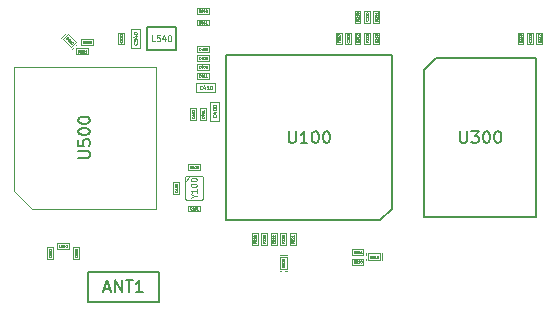
<source format=gbr>
G04 #@! TF.GenerationSoftware,KiCad,Pcbnew,5.0.2-bee76a0~70~ubuntu18.04.1*
G04 #@! TF.CreationDate,2019-05-20T11:18:47+08:00*
G04 #@! TF.ProjectId,require,72657175-6972-4652-9e6b-696361645f70,rev?*
G04 #@! TF.SameCoordinates,Original*
G04 #@! TF.FileFunction,Other,Fab,Top*
%FSLAX46Y46*%
G04 Gerber Fmt 4.6, Leading zero omitted, Abs format (unit mm)*
G04 Created by KiCad (PCBNEW 5.0.2-bee76a0~70~ubuntu18.04.1) date 2019年05月20日 星期一 11时18分47秒*
%MOMM*%
%LPD*%
G01*
G04 APERTURE LIST*
%ADD10C,0.150000*%
%ADD11C,0.100000*%
%ADD12C,0.050000*%
%ADD13C,0.030000*%
%ADD14C,0.075000*%
G04 APERTURE END LIST*
D10*
G04 #@! TO.C,ANT1*
X46300000Y-78890000D02*
X46300000Y-76390000D01*
X52300000Y-78890000D02*
X46300000Y-78890000D01*
X52300000Y-76390000D02*
X52300000Y-78890000D01*
X46300000Y-76390000D02*
X52300000Y-76390000D01*
D11*
G04 #@! TO.C,R210*
X69350000Y-55250000D02*
X68850000Y-55250000D01*
X69350000Y-54250000D02*
X69350000Y-55250000D01*
X68850000Y-54250000D02*
X69350000Y-54250000D01*
X68850000Y-55250000D02*
X68850000Y-54250000D01*
D10*
G04 #@! TO.C,U300*
X74750000Y-59250000D02*
X75750000Y-58250000D01*
X74750000Y-71750000D02*
X74750000Y-59250000D01*
X84250000Y-71750000D02*
X74750000Y-71750000D01*
X84250000Y-58250000D02*
X84250000Y-71750000D01*
X75750000Y-58250000D02*
X84250000Y-58250000D01*
G04 #@! TO.C,U100*
X72000000Y-71000000D02*
X71000000Y-72000000D01*
X72000000Y-58000000D02*
X72000000Y-71000000D01*
X58000000Y-58000000D02*
X72000000Y-58000000D01*
X58000000Y-72000000D02*
X58000000Y-58000000D01*
X71000000Y-72000000D02*
X58000000Y-72000000D01*
D11*
G04 #@! TO.C,L500*
X43650000Y-74450000D02*
X43650000Y-73950000D01*
X44650000Y-74450000D02*
X43650000Y-74450000D01*
X44650000Y-73950000D02*
X44650000Y-74450000D01*
X43650000Y-73950000D02*
X44650000Y-73950000D01*
G04 #@! TO.C,Y100*
X54950000Y-68250000D02*
X54450000Y-68750000D01*
X55950000Y-68250000D02*
X56050000Y-68350000D01*
X54550000Y-68250000D02*
X55950000Y-68250000D01*
X54450000Y-68350000D02*
X54550000Y-68250000D01*
X54450000Y-70150000D02*
X54450000Y-68350000D01*
X54550000Y-70250000D02*
X54450000Y-70150000D01*
X55950000Y-70250000D02*
X54550000Y-70250000D01*
X56050000Y-70150000D02*
X55950000Y-70250000D01*
X56050000Y-68350000D02*
X56050000Y-70150000D01*
G04 #@! TO.C,U500*
X41500000Y-71000000D02*
X40000000Y-69500000D01*
X40000000Y-69500000D02*
X40000000Y-59000000D01*
X40000000Y-59000000D02*
X52000000Y-59000000D01*
X52000000Y-59000000D02*
X52000000Y-71000000D01*
X52000000Y-71000000D02*
X41500000Y-71000000D01*
G04 #@! TO.C,D810*
X70000000Y-74800000D02*
X71000000Y-74800000D01*
X71000000Y-74800000D02*
X71000000Y-75400000D01*
X71000000Y-75400000D02*
X70000000Y-75400000D01*
X70000000Y-75400000D02*
X70000000Y-74800000D01*
X69850000Y-74800000D02*
X69850000Y-74950000D01*
X69850000Y-75400000D02*
X69850000Y-75250000D01*
X71150000Y-74800000D02*
X71150000Y-75400000D01*
G04 #@! TO.C,D820*
X62500000Y-76100000D02*
X62500000Y-75100000D01*
X62500000Y-75100000D02*
X63100000Y-75100000D01*
X63100000Y-75100000D02*
X63100000Y-76100000D01*
X63100000Y-76100000D02*
X62500000Y-76100000D01*
X62500000Y-76250000D02*
X62650000Y-76250000D01*
X63100000Y-76250000D02*
X62950000Y-76250000D01*
X62500000Y-74950000D02*
X63100000Y-74950000D01*
G04 #@! TO.C,D800*
X44841421Y-57365685D02*
X44134315Y-56658579D01*
X44134315Y-56658579D02*
X44558579Y-56234315D01*
X44558579Y-56234315D02*
X45265685Y-56941421D01*
X45265685Y-56941421D02*
X44841421Y-57365685D01*
X44947487Y-57471751D02*
X45053553Y-57365685D01*
X45371751Y-57047487D02*
X45265685Y-57153553D01*
X44028249Y-56552513D02*
X44452513Y-56128249D01*
G04 #@! TO.C,C540*
X50700000Y-57400000D02*
X49900000Y-57400000D01*
X50700000Y-55800000D02*
X50700000Y-57400000D01*
X49900000Y-55800000D02*
X50700000Y-55800000D01*
X49900000Y-57400000D02*
X49900000Y-55800000D01*
G04 #@! TO.C,C400*
X57400000Y-63550000D02*
X56600000Y-63550000D01*
X57400000Y-61950000D02*
X57400000Y-63550000D01*
X56600000Y-61950000D02*
X57400000Y-61950000D01*
X56600000Y-63550000D02*
X56600000Y-61950000D01*
G04 #@! TO.C,C410*
X55450000Y-61150000D02*
X55450000Y-60350000D01*
X57050000Y-61150000D02*
X55450000Y-61150000D01*
X57050000Y-60350000D02*
X57050000Y-61150000D01*
X55450000Y-60350000D02*
X57050000Y-60350000D01*
G04 #@! TO.C,C500*
X45500000Y-74250000D02*
X45500000Y-75250000D01*
X45500000Y-75250000D02*
X45000000Y-75250000D01*
X45000000Y-75250000D02*
X45000000Y-74250000D01*
X45000000Y-74250000D02*
X45500000Y-74250000D01*
G04 #@! TO.C,C501*
X43300000Y-74250000D02*
X43300000Y-75250000D01*
X43300000Y-75250000D02*
X42800000Y-75250000D01*
X42800000Y-75250000D02*
X42800000Y-74250000D01*
X42800000Y-74250000D02*
X43300000Y-74250000D01*
G04 #@! TO.C,C232*
X83450000Y-57100000D02*
X83450000Y-56100000D01*
X83450000Y-56100000D02*
X83950000Y-56100000D01*
X83950000Y-56100000D02*
X83950000Y-57100000D01*
X83950000Y-57100000D02*
X83450000Y-57100000D01*
G04 #@! TO.C,C202*
X68050000Y-57100000D02*
X68050000Y-56100000D01*
X68050000Y-56100000D02*
X68550000Y-56100000D01*
X68550000Y-56100000D02*
X68550000Y-57100000D01*
X68550000Y-57100000D02*
X68050000Y-57100000D01*
G04 #@! TO.C,C210*
X69650000Y-55250000D02*
X69650000Y-54250000D01*
X69650000Y-54250000D02*
X70150000Y-54250000D01*
X70150000Y-54250000D02*
X70150000Y-55250000D01*
X70150000Y-55250000D02*
X69650000Y-55250000D01*
G04 #@! TO.C,C222*
X62250000Y-73100000D02*
X62250000Y-74100000D01*
X62250000Y-74100000D02*
X61750000Y-74100000D01*
X61750000Y-74100000D02*
X61750000Y-73100000D01*
X61750000Y-73100000D02*
X62250000Y-73100000D01*
G04 #@! TO.C,C101*
X55750000Y-71250000D02*
X54750000Y-71250000D01*
X54750000Y-71250000D02*
X54750000Y-70750000D01*
X54750000Y-70750000D02*
X55750000Y-70750000D01*
X55750000Y-70750000D02*
X55750000Y-71250000D01*
G04 #@! TO.C,C100*
X54000000Y-68750000D02*
X54000000Y-69750000D01*
X54000000Y-69750000D02*
X53500000Y-69750000D01*
X53500000Y-69750000D02*
X53500000Y-68750000D01*
X53500000Y-68750000D02*
X54000000Y-68750000D01*
G04 #@! TO.C,C420*
X56500000Y-57750000D02*
X55500000Y-57750000D01*
X55500000Y-57750000D02*
X55500000Y-57250000D01*
X55500000Y-57250000D02*
X56500000Y-57250000D01*
X56500000Y-57250000D02*
X56500000Y-57750000D01*
G04 #@! TO.C,C402*
X54950000Y-63500000D02*
X54950000Y-62500000D01*
X54950000Y-62500000D02*
X55450000Y-62500000D01*
X55450000Y-62500000D02*
X55450000Y-63500000D01*
X55450000Y-63500000D02*
X54950000Y-63500000D01*
G04 #@! TO.C,C401*
X55750000Y-63500000D02*
X55750000Y-62500000D01*
X55750000Y-62500000D02*
X56250000Y-62500000D01*
X56250000Y-62500000D02*
X56250000Y-63500000D01*
X56250000Y-63500000D02*
X55750000Y-63500000D01*
G04 #@! TO.C,C411*
X55500000Y-59500000D02*
X56500000Y-59500000D01*
X56500000Y-59500000D02*
X56500000Y-60000000D01*
X56500000Y-60000000D02*
X55500000Y-60000000D01*
X55500000Y-60000000D02*
X55500000Y-59500000D01*
G04 #@! TO.C,C406*
X55500000Y-58750000D02*
X56500000Y-58750000D01*
X56500000Y-58750000D02*
X56500000Y-59250000D01*
X56500000Y-59250000D02*
X55500000Y-59250000D01*
X55500000Y-59250000D02*
X55500000Y-58750000D01*
G04 #@! TO.C,R232*
X84750000Y-57100000D02*
X84250000Y-57100000D01*
X84750000Y-56100000D02*
X84750000Y-57100000D01*
X84250000Y-56100000D02*
X84750000Y-56100000D01*
X84250000Y-57100000D02*
X84250000Y-56100000D01*
G04 #@! TO.C,R233*
X83150000Y-57100000D02*
X82650000Y-57100000D01*
X83150000Y-56100000D02*
X83150000Y-57100000D01*
X82650000Y-56100000D02*
X83150000Y-56100000D01*
X82650000Y-57100000D02*
X82650000Y-56100000D01*
G04 #@! TO.C,R202*
X69350000Y-57100000D02*
X68850000Y-57100000D01*
X69350000Y-56100000D02*
X69350000Y-57100000D01*
X68850000Y-56100000D02*
X69350000Y-56100000D01*
X68850000Y-57100000D02*
X68850000Y-56100000D01*
G04 #@! TO.C,R203*
X67750000Y-57100000D02*
X67250000Y-57100000D01*
X67750000Y-56100000D02*
X67750000Y-57100000D01*
X67250000Y-56100000D02*
X67750000Y-56100000D01*
X67250000Y-57100000D02*
X67250000Y-56100000D01*
G04 #@! TO.C,R211*
X70950000Y-55250000D02*
X70450000Y-55250000D01*
X70950000Y-54250000D02*
X70950000Y-55250000D01*
X70450000Y-54250000D02*
X70950000Y-54250000D01*
X70450000Y-55250000D02*
X70450000Y-54250000D01*
G04 #@! TO.C,R212*
X69650000Y-56100000D02*
X70150000Y-56100000D01*
X69650000Y-57100000D02*
X69650000Y-56100000D01*
X70150000Y-57100000D02*
X69650000Y-57100000D01*
X70150000Y-56100000D02*
X70150000Y-57100000D01*
G04 #@! TO.C,R213*
X70950000Y-57100000D02*
X70450000Y-57100000D01*
X70950000Y-56100000D02*
X70950000Y-57100000D01*
X70450000Y-56100000D02*
X70950000Y-56100000D01*
X70450000Y-57100000D02*
X70450000Y-56100000D01*
G04 #@! TO.C,R100*
X54750000Y-67750000D02*
X54750000Y-67250000D01*
X55750000Y-67750000D02*
X54750000Y-67750000D01*
X55750000Y-67250000D02*
X55750000Y-67750000D01*
X54750000Y-67250000D02*
X55750000Y-67250000D01*
G04 #@! TO.C,R811*
X69600000Y-74450000D02*
X69600000Y-74950000D01*
X68600000Y-74450000D02*
X69600000Y-74450000D01*
X68600000Y-74950000D02*
X68600000Y-74450000D01*
X69600000Y-74950000D02*
X68600000Y-74950000D01*
G04 #@! TO.C,R810*
X69600000Y-75250000D02*
X69600000Y-75750000D01*
X68600000Y-75250000D02*
X69600000Y-75250000D01*
X68600000Y-75750000D02*
X68600000Y-75250000D01*
X69600000Y-75750000D02*
X68600000Y-75750000D01*
G04 #@! TO.C,R800*
X45700000Y-57150000D02*
X45700000Y-56650000D01*
X46700000Y-57150000D02*
X45700000Y-57150000D01*
X46700000Y-56650000D02*
X46700000Y-57150000D01*
X45700000Y-56650000D02*
X46700000Y-56650000D01*
G04 #@! TO.C,R801*
X45300000Y-57950000D02*
X45300000Y-57450000D01*
X46300000Y-57950000D02*
X45300000Y-57950000D01*
X46300000Y-57450000D02*
X46300000Y-57950000D01*
X45300000Y-57450000D02*
X46300000Y-57450000D01*
G04 #@! TO.C,R222*
X60950000Y-73100000D02*
X61450000Y-73100000D01*
X60950000Y-74100000D02*
X60950000Y-73100000D01*
X61450000Y-74100000D02*
X60950000Y-74100000D01*
X61450000Y-73100000D02*
X61450000Y-74100000D01*
G04 #@! TO.C,R223*
X62550000Y-73100000D02*
X63050000Y-73100000D01*
X62550000Y-74100000D02*
X62550000Y-73100000D01*
X63050000Y-74100000D02*
X62550000Y-74100000D01*
X63050000Y-73100000D02*
X63050000Y-74100000D01*
D10*
G04 #@! TO.C,L540*
X53750000Y-57600000D02*
X53750000Y-55600000D01*
X53750000Y-55600000D02*
X51250000Y-55600000D01*
X51250000Y-55600000D02*
X51250000Y-57600000D01*
X51250000Y-57600000D02*
X53750000Y-57600000D01*
D11*
G04 #@! TO.C,C405*
X55500000Y-58500000D02*
X55500000Y-58000000D01*
X56500000Y-58500000D02*
X55500000Y-58500000D01*
X56500000Y-58000000D02*
X56500000Y-58500000D01*
X55500000Y-58000000D02*
X56500000Y-58000000D01*
G04 #@! TO.C,C530*
X49350000Y-57100000D02*
X48850000Y-57100000D01*
X49350000Y-56100000D02*
X49350000Y-57100000D01*
X48850000Y-56100000D02*
X49350000Y-56100000D01*
X48850000Y-57100000D02*
X48850000Y-56100000D01*
G04 #@! TO.C,R820*
X60650000Y-74100000D02*
X60150000Y-74100000D01*
X60650000Y-73100000D02*
X60650000Y-74100000D01*
X60150000Y-73100000D02*
X60650000Y-73100000D01*
X60150000Y-74100000D02*
X60150000Y-73100000D01*
G04 #@! TO.C,R821*
X63350000Y-74100000D02*
X63350000Y-73100000D01*
X63350000Y-73100000D02*
X63850000Y-73100000D01*
X63850000Y-73100000D02*
X63850000Y-74100000D01*
X63850000Y-74100000D02*
X63350000Y-74100000D01*
G04 #@! TO.C,R840*
X56500000Y-54000000D02*
X56500000Y-54500000D01*
X55500000Y-54000000D02*
X56500000Y-54000000D01*
X55500000Y-54500000D02*
X55500000Y-54000000D01*
X56500000Y-54500000D02*
X55500000Y-54500000D01*
G04 #@! TO.C,R841*
X56500000Y-55500000D02*
X55500000Y-55500000D01*
X55500000Y-55500000D02*
X55500000Y-55000000D01*
X55500000Y-55000000D02*
X56500000Y-55000000D01*
X56500000Y-55000000D02*
X56500000Y-55500000D01*
G04 #@! TD*
G04 #@! TO.C,ANT1*
D10*
X47680952Y-77806666D02*
X48157142Y-77806666D01*
X47585714Y-78092380D02*
X47919047Y-77092380D01*
X48252380Y-78092380D01*
X48585714Y-78092380D02*
X48585714Y-77092380D01*
X49157142Y-78092380D01*
X49157142Y-77092380D01*
X49490476Y-77092380D02*
X50061904Y-77092380D01*
X49776190Y-78092380D02*
X49776190Y-77092380D01*
X50919047Y-78092380D02*
X50347619Y-78092380D01*
X50633333Y-78092380D02*
X50633333Y-77092380D01*
X50538095Y-77235238D01*
X50442857Y-77330476D01*
X50347619Y-77378095D01*
G04 #@! TO.C,R210*
D12*
X69190476Y-54973809D02*
X69095238Y-55040476D01*
X69190476Y-55088095D02*
X68990476Y-55088095D01*
X68990476Y-55011904D01*
X69000000Y-54992857D01*
X69009523Y-54983333D01*
X69028571Y-54973809D01*
X69057142Y-54973809D01*
X69076190Y-54983333D01*
X69085714Y-54992857D01*
X69095238Y-55011904D01*
X69095238Y-55088095D01*
X69009523Y-54897619D02*
X69000000Y-54888095D01*
X68990476Y-54869047D01*
X68990476Y-54821428D01*
X69000000Y-54802380D01*
X69009523Y-54792857D01*
X69028571Y-54783333D01*
X69047619Y-54783333D01*
X69076190Y-54792857D01*
X69190476Y-54907142D01*
X69190476Y-54783333D01*
X69190476Y-54592857D02*
X69190476Y-54707142D01*
X69190476Y-54650000D02*
X68990476Y-54650000D01*
X69019047Y-54669047D01*
X69038095Y-54688095D01*
X69047619Y-54707142D01*
X68990476Y-54469047D02*
X68990476Y-54450000D01*
X69000000Y-54430952D01*
X69009523Y-54421428D01*
X69028571Y-54411904D01*
X69066666Y-54402380D01*
X69114285Y-54402380D01*
X69152380Y-54411904D01*
X69171428Y-54421428D01*
X69180952Y-54430952D01*
X69190476Y-54450000D01*
X69190476Y-54469047D01*
X69180952Y-54488095D01*
X69171428Y-54497619D01*
X69152380Y-54507142D01*
X69114285Y-54516666D01*
X69066666Y-54516666D01*
X69028571Y-54507142D01*
X69009523Y-54497619D01*
X69000000Y-54488095D01*
X68990476Y-54469047D01*
G04 #@! TO.C,U300*
D10*
X77785714Y-64452380D02*
X77785714Y-65261904D01*
X77833333Y-65357142D01*
X77880952Y-65404761D01*
X77976190Y-65452380D01*
X78166666Y-65452380D01*
X78261904Y-65404761D01*
X78309523Y-65357142D01*
X78357142Y-65261904D01*
X78357142Y-64452380D01*
X78738095Y-64452380D02*
X79357142Y-64452380D01*
X79023809Y-64833333D01*
X79166666Y-64833333D01*
X79261904Y-64880952D01*
X79309523Y-64928571D01*
X79357142Y-65023809D01*
X79357142Y-65261904D01*
X79309523Y-65357142D01*
X79261904Y-65404761D01*
X79166666Y-65452380D01*
X78880952Y-65452380D01*
X78785714Y-65404761D01*
X78738095Y-65357142D01*
X79976190Y-64452380D02*
X80071428Y-64452380D01*
X80166666Y-64500000D01*
X80214285Y-64547619D01*
X80261904Y-64642857D01*
X80309523Y-64833333D01*
X80309523Y-65071428D01*
X80261904Y-65261904D01*
X80214285Y-65357142D01*
X80166666Y-65404761D01*
X80071428Y-65452380D01*
X79976190Y-65452380D01*
X79880952Y-65404761D01*
X79833333Y-65357142D01*
X79785714Y-65261904D01*
X79738095Y-65071428D01*
X79738095Y-64833333D01*
X79785714Y-64642857D01*
X79833333Y-64547619D01*
X79880952Y-64500000D01*
X79976190Y-64452380D01*
X80928571Y-64452380D02*
X81023809Y-64452380D01*
X81119047Y-64500000D01*
X81166666Y-64547619D01*
X81214285Y-64642857D01*
X81261904Y-64833333D01*
X81261904Y-65071428D01*
X81214285Y-65261904D01*
X81166666Y-65357142D01*
X81119047Y-65404761D01*
X81023809Y-65452380D01*
X80928571Y-65452380D01*
X80833333Y-65404761D01*
X80785714Y-65357142D01*
X80738095Y-65261904D01*
X80690476Y-65071428D01*
X80690476Y-64833333D01*
X80738095Y-64642857D01*
X80785714Y-64547619D01*
X80833333Y-64500000D01*
X80928571Y-64452380D01*
G04 #@! TO.C,U100*
X63285714Y-64452380D02*
X63285714Y-65261904D01*
X63333333Y-65357142D01*
X63380952Y-65404761D01*
X63476190Y-65452380D01*
X63666666Y-65452380D01*
X63761904Y-65404761D01*
X63809523Y-65357142D01*
X63857142Y-65261904D01*
X63857142Y-64452380D01*
X64857142Y-65452380D02*
X64285714Y-65452380D01*
X64571428Y-65452380D02*
X64571428Y-64452380D01*
X64476190Y-64595238D01*
X64380952Y-64690476D01*
X64285714Y-64738095D01*
X65476190Y-64452380D02*
X65571428Y-64452380D01*
X65666666Y-64500000D01*
X65714285Y-64547619D01*
X65761904Y-64642857D01*
X65809523Y-64833333D01*
X65809523Y-65071428D01*
X65761904Y-65261904D01*
X65714285Y-65357142D01*
X65666666Y-65404761D01*
X65571428Y-65452380D01*
X65476190Y-65452380D01*
X65380952Y-65404761D01*
X65333333Y-65357142D01*
X65285714Y-65261904D01*
X65238095Y-65071428D01*
X65238095Y-64833333D01*
X65285714Y-64642857D01*
X65333333Y-64547619D01*
X65380952Y-64500000D01*
X65476190Y-64452380D01*
X66428571Y-64452380D02*
X66523809Y-64452380D01*
X66619047Y-64500000D01*
X66666666Y-64547619D01*
X66714285Y-64642857D01*
X66761904Y-64833333D01*
X66761904Y-65071428D01*
X66714285Y-65261904D01*
X66666666Y-65357142D01*
X66619047Y-65404761D01*
X66523809Y-65452380D01*
X66428571Y-65452380D01*
X66333333Y-65404761D01*
X66285714Y-65357142D01*
X66238095Y-65261904D01*
X66190476Y-65071428D01*
X66190476Y-64833333D01*
X66238095Y-64642857D01*
X66285714Y-64547619D01*
X66333333Y-64500000D01*
X66428571Y-64452380D01*
G04 #@! TO.C,L500*
D13*
X43926190Y-74290476D02*
X43830952Y-74290476D01*
X43830952Y-74090476D01*
X44088095Y-74090476D02*
X43992857Y-74090476D01*
X43983333Y-74185714D01*
X43992857Y-74176190D01*
X44011904Y-74166666D01*
X44059523Y-74166666D01*
X44078571Y-74176190D01*
X44088095Y-74185714D01*
X44097619Y-74204761D01*
X44097619Y-74252380D01*
X44088095Y-74271428D01*
X44078571Y-74280952D01*
X44059523Y-74290476D01*
X44011904Y-74290476D01*
X43992857Y-74280952D01*
X43983333Y-74271428D01*
X44221428Y-74090476D02*
X44240476Y-74090476D01*
X44259523Y-74100000D01*
X44269047Y-74109523D01*
X44278571Y-74128571D01*
X44288095Y-74166666D01*
X44288095Y-74214285D01*
X44278571Y-74252380D01*
X44269047Y-74271428D01*
X44259523Y-74280952D01*
X44240476Y-74290476D01*
X44221428Y-74290476D01*
X44202380Y-74280952D01*
X44192857Y-74271428D01*
X44183333Y-74252380D01*
X44173809Y-74214285D01*
X44173809Y-74166666D01*
X44183333Y-74128571D01*
X44192857Y-74109523D01*
X44202380Y-74100000D01*
X44221428Y-74090476D01*
X44411904Y-74090476D02*
X44430952Y-74090476D01*
X44450000Y-74100000D01*
X44459523Y-74109523D01*
X44469047Y-74128571D01*
X44478571Y-74166666D01*
X44478571Y-74214285D01*
X44469047Y-74252380D01*
X44459523Y-74271428D01*
X44450000Y-74280952D01*
X44430952Y-74290476D01*
X44411904Y-74290476D01*
X44392857Y-74280952D01*
X44383333Y-74271428D01*
X44373809Y-74252380D01*
X44364285Y-74214285D01*
X44364285Y-74166666D01*
X44373809Y-74128571D01*
X44383333Y-74109523D01*
X44392857Y-74100000D01*
X44411904Y-74090476D01*
G04 #@! TO.C,Y100*
D14*
X55238095Y-69964285D02*
X55476190Y-69964285D01*
X54976190Y-70130952D02*
X55238095Y-69964285D01*
X54976190Y-69797619D01*
X55476190Y-69369047D02*
X55476190Y-69654761D01*
X55476190Y-69511904D02*
X54976190Y-69511904D01*
X55047619Y-69559523D01*
X55095238Y-69607142D01*
X55119047Y-69654761D01*
X54976190Y-69059523D02*
X54976190Y-69011904D01*
X55000000Y-68964285D01*
X55023809Y-68940476D01*
X55071428Y-68916666D01*
X55166666Y-68892857D01*
X55285714Y-68892857D01*
X55380952Y-68916666D01*
X55428571Y-68940476D01*
X55452380Y-68964285D01*
X55476190Y-69011904D01*
X55476190Y-69059523D01*
X55452380Y-69107142D01*
X55428571Y-69130952D01*
X55380952Y-69154761D01*
X55285714Y-69178571D01*
X55166666Y-69178571D01*
X55071428Y-69154761D01*
X55023809Y-69130952D01*
X55000000Y-69107142D01*
X54976190Y-69059523D01*
X54976190Y-68583333D02*
X54976190Y-68535714D01*
X55000000Y-68488095D01*
X55023809Y-68464285D01*
X55071428Y-68440476D01*
X55166666Y-68416666D01*
X55285714Y-68416666D01*
X55380952Y-68440476D01*
X55428571Y-68464285D01*
X55452380Y-68488095D01*
X55476190Y-68535714D01*
X55476190Y-68583333D01*
X55452380Y-68630952D01*
X55428571Y-68654761D01*
X55380952Y-68678571D01*
X55285714Y-68702380D01*
X55166666Y-68702380D01*
X55071428Y-68678571D01*
X55023809Y-68654761D01*
X55000000Y-68630952D01*
X54976190Y-68583333D01*
G04 #@! TO.C,U500*
D10*
X45452380Y-66714285D02*
X46261904Y-66714285D01*
X46357142Y-66666666D01*
X46404761Y-66619047D01*
X46452380Y-66523809D01*
X46452380Y-66333333D01*
X46404761Y-66238095D01*
X46357142Y-66190476D01*
X46261904Y-66142857D01*
X45452380Y-66142857D01*
X45452380Y-65190476D02*
X45452380Y-65666666D01*
X45928571Y-65714285D01*
X45880952Y-65666666D01*
X45833333Y-65571428D01*
X45833333Y-65333333D01*
X45880952Y-65238095D01*
X45928571Y-65190476D01*
X46023809Y-65142857D01*
X46261904Y-65142857D01*
X46357142Y-65190476D01*
X46404761Y-65238095D01*
X46452380Y-65333333D01*
X46452380Y-65571428D01*
X46404761Y-65666666D01*
X46357142Y-65714285D01*
X45452380Y-64523809D02*
X45452380Y-64428571D01*
X45500000Y-64333333D01*
X45547619Y-64285714D01*
X45642857Y-64238095D01*
X45833333Y-64190476D01*
X46071428Y-64190476D01*
X46261904Y-64238095D01*
X46357142Y-64285714D01*
X46404761Y-64333333D01*
X46452380Y-64428571D01*
X46452380Y-64523809D01*
X46404761Y-64619047D01*
X46357142Y-64666666D01*
X46261904Y-64714285D01*
X46071428Y-64761904D01*
X45833333Y-64761904D01*
X45642857Y-64714285D01*
X45547619Y-64666666D01*
X45500000Y-64619047D01*
X45452380Y-64523809D01*
X45452380Y-63571428D02*
X45452380Y-63476190D01*
X45500000Y-63380952D01*
X45547619Y-63333333D01*
X45642857Y-63285714D01*
X45833333Y-63238095D01*
X46071428Y-63238095D01*
X46261904Y-63285714D01*
X46357142Y-63333333D01*
X46404761Y-63380952D01*
X46452380Y-63476190D01*
X46452380Y-63571428D01*
X46404761Y-63666666D01*
X46357142Y-63714285D01*
X46261904Y-63761904D01*
X46071428Y-63809523D01*
X45833333Y-63809523D01*
X45642857Y-63761904D01*
X45547619Y-63714285D01*
X45500000Y-63666666D01*
X45452380Y-63571428D01*
G04 #@! TO.C,D810*
D12*
X70161904Y-75190476D02*
X70161904Y-74990476D01*
X70209523Y-74990476D01*
X70238095Y-75000000D01*
X70257142Y-75019047D01*
X70266666Y-75038095D01*
X70276190Y-75076190D01*
X70276190Y-75104761D01*
X70266666Y-75142857D01*
X70257142Y-75161904D01*
X70238095Y-75180952D01*
X70209523Y-75190476D01*
X70161904Y-75190476D01*
X70390476Y-75076190D02*
X70371428Y-75066666D01*
X70361904Y-75057142D01*
X70352380Y-75038095D01*
X70352380Y-75028571D01*
X70361904Y-75009523D01*
X70371428Y-75000000D01*
X70390476Y-74990476D01*
X70428571Y-74990476D01*
X70447619Y-75000000D01*
X70457142Y-75009523D01*
X70466666Y-75028571D01*
X70466666Y-75038095D01*
X70457142Y-75057142D01*
X70447619Y-75066666D01*
X70428571Y-75076190D01*
X70390476Y-75076190D01*
X70371428Y-75085714D01*
X70361904Y-75095238D01*
X70352380Y-75114285D01*
X70352380Y-75152380D01*
X70361904Y-75171428D01*
X70371428Y-75180952D01*
X70390476Y-75190476D01*
X70428571Y-75190476D01*
X70447619Y-75180952D01*
X70457142Y-75171428D01*
X70466666Y-75152380D01*
X70466666Y-75114285D01*
X70457142Y-75095238D01*
X70447619Y-75085714D01*
X70428571Y-75076190D01*
X70657142Y-75190476D02*
X70542857Y-75190476D01*
X70600000Y-75190476D02*
X70600000Y-74990476D01*
X70580952Y-75019047D01*
X70561904Y-75038095D01*
X70542857Y-75047619D01*
X70780952Y-74990476D02*
X70800000Y-74990476D01*
X70819047Y-75000000D01*
X70828571Y-75009523D01*
X70838095Y-75028571D01*
X70847619Y-75066666D01*
X70847619Y-75114285D01*
X70838095Y-75152380D01*
X70828571Y-75171428D01*
X70819047Y-75180952D01*
X70800000Y-75190476D01*
X70780952Y-75190476D01*
X70761904Y-75180952D01*
X70752380Y-75171428D01*
X70742857Y-75152380D01*
X70733333Y-75114285D01*
X70733333Y-75066666D01*
X70742857Y-75028571D01*
X70752380Y-75009523D01*
X70761904Y-75000000D01*
X70780952Y-74990476D01*
G04 #@! TO.C,D820*
X62890476Y-75938095D02*
X62690476Y-75938095D01*
X62690476Y-75890476D01*
X62700000Y-75861904D01*
X62719047Y-75842857D01*
X62738095Y-75833333D01*
X62776190Y-75823809D01*
X62804761Y-75823809D01*
X62842857Y-75833333D01*
X62861904Y-75842857D01*
X62880952Y-75861904D01*
X62890476Y-75890476D01*
X62890476Y-75938095D01*
X62776190Y-75709523D02*
X62766666Y-75728571D01*
X62757142Y-75738095D01*
X62738095Y-75747619D01*
X62728571Y-75747619D01*
X62709523Y-75738095D01*
X62700000Y-75728571D01*
X62690476Y-75709523D01*
X62690476Y-75671428D01*
X62700000Y-75652380D01*
X62709523Y-75642857D01*
X62728571Y-75633333D01*
X62738095Y-75633333D01*
X62757142Y-75642857D01*
X62766666Y-75652380D01*
X62776190Y-75671428D01*
X62776190Y-75709523D01*
X62785714Y-75728571D01*
X62795238Y-75738095D01*
X62814285Y-75747619D01*
X62852380Y-75747619D01*
X62871428Y-75738095D01*
X62880952Y-75728571D01*
X62890476Y-75709523D01*
X62890476Y-75671428D01*
X62880952Y-75652380D01*
X62871428Y-75642857D01*
X62852380Y-75633333D01*
X62814285Y-75633333D01*
X62795238Y-75642857D01*
X62785714Y-75652380D01*
X62776190Y-75671428D01*
X62709523Y-75557142D02*
X62700000Y-75547619D01*
X62690476Y-75528571D01*
X62690476Y-75480952D01*
X62700000Y-75461904D01*
X62709523Y-75452380D01*
X62728571Y-75442857D01*
X62747619Y-75442857D01*
X62776190Y-75452380D01*
X62890476Y-75566666D01*
X62890476Y-75442857D01*
X62690476Y-75319047D02*
X62690476Y-75300000D01*
X62700000Y-75280952D01*
X62709523Y-75271428D01*
X62728571Y-75261904D01*
X62766666Y-75252380D01*
X62814285Y-75252380D01*
X62852380Y-75261904D01*
X62871428Y-75271428D01*
X62880952Y-75280952D01*
X62890476Y-75300000D01*
X62890476Y-75319047D01*
X62880952Y-75338095D01*
X62871428Y-75347619D01*
X62852380Y-75357142D01*
X62814285Y-75366666D01*
X62766666Y-75366666D01*
X62728571Y-75357142D01*
X62709523Y-75347619D01*
X62700000Y-75338095D01*
X62690476Y-75319047D01*
G04 #@! TO.C,D800*
X44396954Y-56624906D02*
X44538375Y-56483485D01*
X44572047Y-56517157D01*
X44585516Y-56544094D01*
X44585516Y-56571032D01*
X44578781Y-56591235D01*
X44558578Y-56624906D01*
X44538375Y-56645109D01*
X44504703Y-56665312D01*
X44484500Y-56672047D01*
X44457563Y-56672047D01*
X44430625Y-56658578D01*
X44396954Y-56624906D01*
X44639390Y-56705719D02*
X44632656Y-56685516D01*
X44632656Y-56672047D01*
X44639390Y-56651844D01*
X44646125Y-56645109D01*
X44666328Y-56638375D01*
X44679796Y-56638375D01*
X44700000Y-56645109D01*
X44726937Y-56672047D01*
X44733671Y-56692250D01*
X44733671Y-56705719D01*
X44726937Y-56725922D01*
X44720203Y-56732656D01*
X44700000Y-56739390D01*
X44686531Y-56739390D01*
X44666328Y-56732656D01*
X44639390Y-56705719D01*
X44619187Y-56698984D01*
X44605719Y-56698984D01*
X44585516Y-56705719D01*
X44558578Y-56732656D01*
X44551844Y-56752859D01*
X44551844Y-56766328D01*
X44558578Y-56786531D01*
X44585516Y-56813468D01*
X44605719Y-56820203D01*
X44619187Y-56820203D01*
X44639390Y-56813468D01*
X44666328Y-56786531D01*
X44673062Y-56766328D01*
X44673062Y-56752859D01*
X44666328Y-56732656D01*
X44841421Y-56786531D02*
X44854890Y-56800000D01*
X44861624Y-56820203D01*
X44861624Y-56833671D01*
X44854890Y-56853874D01*
X44834687Y-56887546D01*
X44801015Y-56921218D01*
X44767343Y-56941421D01*
X44747140Y-56948155D01*
X44733671Y-56948155D01*
X44713468Y-56941421D01*
X44700000Y-56927952D01*
X44693265Y-56907749D01*
X44693265Y-56894280D01*
X44700000Y-56874077D01*
X44720203Y-56840406D01*
X44753874Y-56806734D01*
X44787546Y-56786531D01*
X44807749Y-56779796D01*
X44821218Y-56779796D01*
X44841421Y-56786531D01*
X44976108Y-56921218D02*
X44989577Y-56934687D01*
X44996311Y-56954890D01*
X44996311Y-56968358D01*
X44989577Y-56988561D01*
X44969374Y-57022233D01*
X44935702Y-57055905D01*
X44902030Y-57076108D01*
X44881827Y-57082842D01*
X44868358Y-57082842D01*
X44848155Y-57076108D01*
X44834687Y-57062639D01*
X44827952Y-57042436D01*
X44827952Y-57028967D01*
X44834687Y-57008764D01*
X44854890Y-56975093D01*
X44888561Y-56941421D01*
X44922233Y-56921218D01*
X44942436Y-56914483D01*
X44955905Y-56914483D01*
X44976108Y-56921218D01*
G04 #@! TO.C,C540*
D14*
X50407142Y-56935714D02*
X50421428Y-56950000D01*
X50435714Y-56992857D01*
X50435714Y-57021428D01*
X50421428Y-57064285D01*
X50392857Y-57092857D01*
X50364285Y-57107142D01*
X50307142Y-57121428D01*
X50264285Y-57121428D01*
X50207142Y-57107142D01*
X50178571Y-57092857D01*
X50150000Y-57064285D01*
X50135714Y-57021428D01*
X50135714Y-56992857D01*
X50150000Y-56950000D01*
X50164285Y-56935714D01*
X50135714Y-56664285D02*
X50135714Y-56807142D01*
X50278571Y-56821428D01*
X50264285Y-56807142D01*
X50250000Y-56778571D01*
X50250000Y-56707142D01*
X50264285Y-56678571D01*
X50278571Y-56664285D01*
X50307142Y-56650000D01*
X50378571Y-56650000D01*
X50407142Y-56664285D01*
X50421428Y-56678571D01*
X50435714Y-56707142D01*
X50435714Y-56778571D01*
X50421428Y-56807142D01*
X50407142Y-56821428D01*
X50235714Y-56392857D02*
X50435714Y-56392857D01*
X50121428Y-56464285D02*
X50335714Y-56535714D01*
X50335714Y-56350000D01*
X50135714Y-56178571D02*
X50135714Y-56150000D01*
X50150000Y-56121428D01*
X50164285Y-56107142D01*
X50192857Y-56092857D01*
X50250000Y-56078571D01*
X50321428Y-56078571D01*
X50378571Y-56092857D01*
X50407142Y-56107142D01*
X50421428Y-56121428D01*
X50435714Y-56150000D01*
X50435714Y-56178571D01*
X50421428Y-56207142D01*
X50407142Y-56221428D01*
X50378571Y-56235714D01*
X50321428Y-56250000D01*
X50250000Y-56250000D01*
X50192857Y-56235714D01*
X50164285Y-56221428D01*
X50150000Y-56207142D01*
X50135714Y-56178571D01*
G04 #@! TO.C,C400*
X57107142Y-63085714D02*
X57121428Y-63100000D01*
X57135714Y-63142857D01*
X57135714Y-63171428D01*
X57121428Y-63214285D01*
X57092857Y-63242857D01*
X57064285Y-63257142D01*
X57007142Y-63271428D01*
X56964285Y-63271428D01*
X56907142Y-63257142D01*
X56878571Y-63242857D01*
X56850000Y-63214285D01*
X56835714Y-63171428D01*
X56835714Y-63142857D01*
X56850000Y-63100000D01*
X56864285Y-63085714D01*
X56935714Y-62828571D02*
X57135714Y-62828571D01*
X56821428Y-62900000D02*
X57035714Y-62971428D01*
X57035714Y-62785714D01*
X56835714Y-62614285D02*
X56835714Y-62585714D01*
X56850000Y-62557142D01*
X56864285Y-62542857D01*
X56892857Y-62528571D01*
X56950000Y-62514285D01*
X57021428Y-62514285D01*
X57078571Y-62528571D01*
X57107142Y-62542857D01*
X57121428Y-62557142D01*
X57135714Y-62585714D01*
X57135714Y-62614285D01*
X57121428Y-62642857D01*
X57107142Y-62657142D01*
X57078571Y-62671428D01*
X57021428Y-62685714D01*
X56950000Y-62685714D01*
X56892857Y-62671428D01*
X56864285Y-62657142D01*
X56850000Y-62642857D01*
X56835714Y-62614285D01*
X56835714Y-62328571D02*
X56835714Y-62300000D01*
X56850000Y-62271428D01*
X56864285Y-62257142D01*
X56892857Y-62242857D01*
X56950000Y-62228571D01*
X57021428Y-62228571D01*
X57078571Y-62242857D01*
X57107142Y-62257142D01*
X57121428Y-62271428D01*
X57135714Y-62300000D01*
X57135714Y-62328571D01*
X57121428Y-62357142D01*
X57107142Y-62371428D01*
X57078571Y-62385714D01*
X57021428Y-62400000D01*
X56950000Y-62400000D01*
X56892857Y-62385714D01*
X56864285Y-62371428D01*
X56850000Y-62357142D01*
X56835714Y-62328571D01*
G04 #@! TO.C,C410*
X55914285Y-60857142D02*
X55900000Y-60871428D01*
X55857142Y-60885714D01*
X55828571Y-60885714D01*
X55785714Y-60871428D01*
X55757142Y-60842857D01*
X55742857Y-60814285D01*
X55728571Y-60757142D01*
X55728571Y-60714285D01*
X55742857Y-60657142D01*
X55757142Y-60628571D01*
X55785714Y-60600000D01*
X55828571Y-60585714D01*
X55857142Y-60585714D01*
X55900000Y-60600000D01*
X55914285Y-60614285D01*
X56171428Y-60685714D02*
X56171428Y-60885714D01*
X56100000Y-60571428D02*
X56028571Y-60785714D01*
X56214285Y-60785714D01*
X56485714Y-60885714D02*
X56314285Y-60885714D01*
X56400000Y-60885714D02*
X56400000Y-60585714D01*
X56371428Y-60628571D01*
X56342857Y-60657142D01*
X56314285Y-60671428D01*
X56671428Y-60585714D02*
X56700000Y-60585714D01*
X56728571Y-60600000D01*
X56742857Y-60614285D01*
X56757142Y-60642857D01*
X56771428Y-60700000D01*
X56771428Y-60771428D01*
X56757142Y-60828571D01*
X56742857Y-60857142D01*
X56728571Y-60871428D01*
X56700000Y-60885714D01*
X56671428Y-60885714D01*
X56642857Y-60871428D01*
X56628571Y-60857142D01*
X56614285Y-60828571D01*
X56600000Y-60771428D01*
X56600000Y-60700000D01*
X56614285Y-60642857D01*
X56628571Y-60614285D01*
X56642857Y-60600000D01*
X56671428Y-60585714D01*
G04 #@! TO.C,C500*
D12*
X45321428Y-74973809D02*
X45330952Y-74983333D01*
X45340476Y-75011904D01*
X45340476Y-75030952D01*
X45330952Y-75059523D01*
X45311904Y-75078571D01*
X45292857Y-75088095D01*
X45254761Y-75097619D01*
X45226190Y-75097619D01*
X45188095Y-75088095D01*
X45169047Y-75078571D01*
X45150000Y-75059523D01*
X45140476Y-75030952D01*
X45140476Y-75011904D01*
X45150000Y-74983333D01*
X45159523Y-74973809D01*
X45140476Y-74792857D02*
X45140476Y-74888095D01*
X45235714Y-74897619D01*
X45226190Y-74888095D01*
X45216666Y-74869047D01*
X45216666Y-74821428D01*
X45226190Y-74802380D01*
X45235714Y-74792857D01*
X45254761Y-74783333D01*
X45302380Y-74783333D01*
X45321428Y-74792857D01*
X45330952Y-74802380D01*
X45340476Y-74821428D01*
X45340476Y-74869047D01*
X45330952Y-74888095D01*
X45321428Y-74897619D01*
X45140476Y-74659523D02*
X45140476Y-74640476D01*
X45150000Y-74621428D01*
X45159523Y-74611904D01*
X45178571Y-74602380D01*
X45216666Y-74592857D01*
X45264285Y-74592857D01*
X45302380Y-74602380D01*
X45321428Y-74611904D01*
X45330952Y-74621428D01*
X45340476Y-74640476D01*
X45340476Y-74659523D01*
X45330952Y-74678571D01*
X45321428Y-74688095D01*
X45302380Y-74697619D01*
X45264285Y-74707142D01*
X45216666Y-74707142D01*
X45178571Y-74697619D01*
X45159523Y-74688095D01*
X45150000Y-74678571D01*
X45140476Y-74659523D01*
X45140476Y-74469047D02*
X45140476Y-74450000D01*
X45150000Y-74430952D01*
X45159523Y-74421428D01*
X45178571Y-74411904D01*
X45216666Y-74402380D01*
X45264285Y-74402380D01*
X45302380Y-74411904D01*
X45321428Y-74421428D01*
X45330952Y-74430952D01*
X45340476Y-74450000D01*
X45340476Y-74469047D01*
X45330952Y-74488095D01*
X45321428Y-74497619D01*
X45302380Y-74507142D01*
X45264285Y-74516666D01*
X45216666Y-74516666D01*
X45178571Y-74507142D01*
X45159523Y-74497619D01*
X45150000Y-74488095D01*
X45140476Y-74469047D01*
G04 #@! TO.C,C501*
X43121428Y-74973809D02*
X43130952Y-74983333D01*
X43140476Y-75011904D01*
X43140476Y-75030952D01*
X43130952Y-75059523D01*
X43111904Y-75078571D01*
X43092857Y-75088095D01*
X43054761Y-75097619D01*
X43026190Y-75097619D01*
X42988095Y-75088095D01*
X42969047Y-75078571D01*
X42950000Y-75059523D01*
X42940476Y-75030952D01*
X42940476Y-75011904D01*
X42950000Y-74983333D01*
X42959523Y-74973809D01*
X42940476Y-74792857D02*
X42940476Y-74888095D01*
X43035714Y-74897619D01*
X43026190Y-74888095D01*
X43016666Y-74869047D01*
X43016666Y-74821428D01*
X43026190Y-74802380D01*
X43035714Y-74792857D01*
X43054761Y-74783333D01*
X43102380Y-74783333D01*
X43121428Y-74792857D01*
X43130952Y-74802380D01*
X43140476Y-74821428D01*
X43140476Y-74869047D01*
X43130952Y-74888095D01*
X43121428Y-74897619D01*
X42940476Y-74659523D02*
X42940476Y-74640476D01*
X42950000Y-74621428D01*
X42959523Y-74611904D01*
X42978571Y-74602380D01*
X43016666Y-74592857D01*
X43064285Y-74592857D01*
X43102380Y-74602380D01*
X43121428Y-74611904D01*
X43130952Y-74621428D01*
X43140476Y-74640476D01*
X43140476Y-74659523D01*
X43130952Y-74678571D01*
X43121428Y-74688095D01*
X43102380Y-74697619D01*
X43064285Y-74707142D01*
X43016666Y-74707142D01*
X42978571Y-74697619D01*
X42959523Y-74688095D01*
X42950000Y-74678571D01*
X42940476Y-74659523D01*
X43140476Y-74402380D02*
X43140476Y-74516666D01*
X43140476Y-74459523D02*
X42940476Y-74459523D01*
X42969047Y-74478571D01*
X42988095Y-74497619D01*
X42997619Y-74516666D01*
G04 #@! TO.C,C232*
X83771428Y-56823809D02*
X83780952Y-56833333D01*
X83790476Y-56861904D01*
X83790476Y-56880952D01*
X83780952Y-56909523D01*
X83761904Y-56928571D01*
X83742857Y-56938095D01*
X83704761Y-56947619D01*
X83676190Y-56947619D01*
X83638095Y-56938095D01*
X83619047Y-56928571D01*
X83600000Y-56909523D01*
X83590476Y-56880952D01*
X83590476Y-56861904D01*
X83600000Y-56833333D01*
X83609523Y-56823809D01*
X83609523Y-56747619D02*
X83600000Y-56738095D01*
X83590476Y-56719047D01*
X83590476Y-56671428D01*
X83600000Y-56652380D01*
X83609523Y-56642857D01*
X83628571Y-56633333D01*
X83647619Y-56633333D01*
X83676190Y-56642857D01*
X83790476Y-56757142D01*
X83790476Y-56633333D01*
X83590476Y-56566666D02*
X83590476Y-56442857D01*
X83666666Y-56509523D01*
X83666666Y-56480952D01*
X83676190Y-56461904D01*
X83685714Y-56452380D01*
X83704761Y-56442857D01*
X83752380Y-56442857D01*
X83771428Y-56452380D01*
X83780952Y-56461904D01*
X83790476Y-56480952D01*
X83790476Y-56538095D01*
X83780952Y-56557142D01*
X83771428Y-56566666D01*
X83609523Y-56366666D02*
X83600000Y-56357142D01*
X83590476Y-56338095D01*
X83590476Y-56290476D01*
X83600000Y-56271428D01*
X83609523Y-56261904D01*
X83628571Y-56252380D01*
X83647619Y-56252380D01*
X83676190Y-56261904D01*
X83790476Y-56376190D01*
X83790476Y-56252380D01*
G04 #@! TO.C,C202*
X68371428Y-56823809D02*
X68380952Y-56833333D01*
X68390476Y-56861904D01*
X68390476Y-56880952D01*
X68380952Y-56909523D01*
X68361904Y-56928571D01*
X68342857Y-56938095D01*
X68304761Y-56947619D01*
X68276190Y-56947619D01*
X68238095Y-56938095D01*
X68219047Y-56928571D01*
X68200000Y-56909523D01*
X68190476Y-56880952D01*
X68190476Y-56861904D01*
X68200000Y-56833333D01*
X68209523Y-56823809D01*
X68209523Y-56747619D02*
X68200000Y-56738095D01*
X68190476Y-56719047D01*
X68190476Y-56671428D01*
X68200000Y-56652380D01*
X68209523Y-56642857D01*
X68228571Y-56633333D01*
X68247619Y-56633333D01*
X68276190Y-56642857D01*
X68390476Y-56757142D01*
X68390476Y-56633333D01*
X68190476Y-56509523D02*
X68190476Y-56490476D01*
X68200000Y-56471428D01*
X68209523Y-56461904D01*
X68228571Y-56452380D01*
X68266666Y-56442857D01*
X68314285Y-56442857D01*
X68352380Y-56452380D01*
X68371428Y-56461904D01*
X68380952Y-56471428D01*
X68390476Y-56490476D01*
X68390476Y-56509523D01*
X68380952Y-56528571D01*
X68371428Y-56538095D01*
X68352380Y-56547619D01*
X68314285Y-56557142D01*
X68266666Y-56557142D01*
X68228571Y-56547619D01*
X68209523Y-56538095D01*
X68200000Y-56528571D01*
X68190476Y-56509523D01*
X68209523Y-56366666D02*
X68200000Y-56357142D01*
X68190476Y-56338095D01*
X68190476Y-56290476D01*
X68200000Y-56271428D01*
X68209523Y-56261904D01*
X68228571Y-56252380D01*
X68247619Y-56252380D01*
X68276190Y-56261904D01*
X68390476Y-56376190D01*
X68390476Y-56252380D01*
G04 #@! TO.C,C210*
X69971428Y-54973809D02*
X69980952Y-54983333D01*
X69990476Y-55011904D01*
X69990476Y-55030952D01*
X69980952Y-55059523D01*
X69961904Y-55078571D01*
X69942857Y-55088095D01*
X69904761Y-55097619D01*
X69876190Y-55097619D01*
X69838095Y-55088095D01*
X69819047Y-55078571D01*
X69800000Y-55059523D01*
X69790476Y-55030952D01*
X69790476Y-55011904D01*
X69800000Y-54983333D01*
X69809523Y-54973809D01*
X69809523Y-54897619D02*
X69800000Y-54888095D01*
X69790476Y-54869047D01*
X69790476Y-54821428D01*
X69800000Y-54802380D01*
X69809523Y-54792857D01*
X69828571Y-54783333D01*
X69847619Y-54783333D01*
X69876190Y-54792857D01*
X69990476Y-54907142D01*
X69990476Y-54783333D01*
X69990476Y-54592857D02*
X69990476Y-54707142D01*
X69990476Y-54650000D02*
X69790476Y-54650000D01*
X69819047Y-54669047D01*
X69838095Y-54688095D01*
X69847619Y-54707142D01*
X69790476Y-54469047D02*
X69790476Y-54450000D01*
X69800000Y-54430952D01*
X69809523Y-54421428D01*
X69828571Y-54411904D01*
X69866666Y-54402380D01*
X69914285Y-54402380D01*
X69952380Y-54411904D01*
X69971428Y-54421428D01*
X69980952Y-54430952D01*
X69990476Y-54450000D01*
X69990476Y-54469047D01*
X69980952Y-54488095D01*
X69971428Y-54497619D01*
X69952380Y-54507142D01*
X69914285Y-54516666D01*
X69866666Y-54516666D01*
X69828571Y-54507142D01*
X69809523Y-54497619D01*
X69800000Y-54488095D01*
X69790476Y-54469047D01*
G04 #@! TO.C,C222*
X62071428Y-73823809D02*
X62080952Y-73833333D01*
X62090476Y-73861904D01*
X62090476Y-73880952D01*
X62080952Y-73909523D01*
X62061904Y-73928571D01*
X62042857Y-73938095D01*
X62004761Y-73947619D01*
X61976190Y-73947619D01*
X61938095Y-73938095D01*
X61919047Y-73928571D01*
X61900000Y-73909523D01*
X61890476Y-73880952D01*
X61890476Y-73861904D01*
X61900000Y-73833333D01*
X61909523Y-73823809D01*
X61909523Y-73747619D02*
X61900000Y-73738095D01*
X61890476Y-73719047D01*
X61890476Y-73671428D01*
X61900000Y-73652380D01*
X61909523Y-73642857D01*
X61928571Y-73633333D01*
X61947619Y-73633333D01*
X61976190Y-73642857D01*
X62090476Y-73757142D01*
X62090476Y-73633333D01*
X61909523Y-73557142D02*
X61900000Y-73547619D01*
X61890476Y-73528571D01*
X61890476Y-73480952D01*
X61900000Y-73461904D01*
X61909523Y-73452380D01*
X61928571Y-73442857D01*
X61947619Y-73442857D01*
X61976190Y-73452380D01*
X62090476Y-73566666D01*
X62090476Y-73442857D01*
X61909523Y-73366666D02*
X61900000Y-73357142D01*
X61890476Y-73338095D01*
X61890476Y-73290476D01*
X61900000Y-73271428D01*
X61909523Y-73261904D01*
X61928571Y-73252380D01*
X61947619Y-73252380D01*
X61976190Y-73261904D01*
X62090476Y-73376190D01*
X62090476Y-73252380D01*
G04 #@! TO.C,C101*
X55026190Y-71071428D02*
X55016666Y-71080952D01*
X54988095Y-71090476D01*
X54969047Y-71090476D01*
X54940476Y-71080952D01*
X54921428Y-71061904D01*
X54911904Y-71042857D01*
X54902380Y-71004761D01*
X54902380Y-70976190D01*
X54911904Y-70938095D01*
X54921428Y-70919047D01*
X54940476Y-70900000D01*
X54969047Y-70890476D01*
X54988095Y-70890476D01*
X55016666Y-70900000D01*
X55026190Y-70909523D01*
X55216666Y-71090476D02*
X55102380Y-71090476D01*
X55159523Y-71090476D02*
X55159523Y-70890476D01*
X55140476Y-70919047D01*
X55121428Y-70938095D01*
X55102380Y-70947619D01*
X55340476Y-70890476D02*
X55359523Y-70890476D01*
X55378571Y-70900000D01*
X55388095Y-70909523D01*
X55397619Y-70928571D01*
X55407142Y-70966666D01*
X55407142Y-71014285D01*
X55397619Y-71052380D01*
X55388095Y-71071428D01*
X55378571Y-71080952D01*
X55359523Y-71090476D01*
X55340476Y-71090476D01*
X55321428Y-71080952D01*
X55311904Y-71071428D01*
X55302380Y-71052380D01*
X55292857Y-71014285D01*
X55292857Y-70966666D01*
X55302380Y-70928571D01*
X55311904Y-70909523D01*
X55321428Y-70900000D01*
X55340476Y-70890476D01*
X55597619Y-71090476D02*
X55483333Y-71090476D01*
X55540476Y-71090476D02*
X55540476Y-70890476D01*
X55521428Y-70919047D01*
X55502380Y-70938095D01*
X55483333Y-70947619D01*
G04 #@! TO.C,C100*
X53821428Y-69473809D02*
X53830952Y-69483333D01*
X53840476Y-69511904D01*
X53840476Y-69530952D01*
X53830952Y-69559523D01*
X53811904Y-69578571D01*
X53792857Y-69588095D01*
X53754761Y-69597619D01*
X53726190Y-69597619D01*
X53688095Y-69588095D01*
X53669047Y-69578571D01*
X53650000Y-69559523D01*
X53640476Y-69530952D01*
X53640476Y-69511904D01*
X53650000Y-69483333D01*
X53659523Y-69473809D01*
X53840476Y-69283333D02*
X53840476Y-69397619D01*
X53840476Y-69340476D02*
X53640476Y-69340476D01*
X53669047Y-69359523D01*
X53688095Y-69378571D01*
X53697619Y-69397619D01*
X53640476Y-69159523D02*
X53640476Y-69140476D01*
X53650000Y-69121428D01*
X53659523Y-69111904D01*
X53678571Y-69102380D01*
X53716666Y-69092857D01*
X53764285Y-69092857D01*
X53802380Y-69102380D01*
X53821428Y-69111904D01*
X53830952Y-69121428D01*
X53840476Y-69140476D01*
X53840476Y-69159523D01*
X53830952Y-69178571D01*
X53821428Y-69188095D01*
X53802380Y-69197619D01*
X53764285Y-69207142D01*
X53716666Y-69207142D01*
X53678571Y-69197619D01*
X53659523Y-69188095D01*
X53650000Y-69178571D01*
X53640476Y-69159523D01*
X53640476Y-68969047D02*
X53640476Y-68950000D01*
X53650000Y-68930952D01*
X53659523Y-68921428D01*
X53678571Y-68911904D01*
X53716666Y-68902380D01*
X53764285Y-68902380D01*
X53802380Y-68911904D01*
X53821428Y-68921428D01*
X53830952Y-68930952D01*
X53840476Y-68950000D01*
X53840476Y-68969047D01*
X53830952Y-68988095D01*
X53821428Y-68997619D01*
X53802380Y-69007142D01*
X53764285Y-69016666D01*
X53716666Y-69016666D01*
X53678571Y-69007142D01*
X53659523Y-68997619D01*
X53650000Y-68988095D01*
X53640476Y-68969047D01*
G04 #@! TO.C,C420*
X55776190Y-57571428D02*
X55766666Y-57580952D01*
X55738095Y-57590476D01*
X55719047Y-57590476D01*
X55690476Y-57580952D01*
X55671428Y-57561904D01*
X55661904Y-57542857D01*
X55652380Y-57504761D01*
X55652380Y-57476190D01*
X55661904Y-57438095D01*
X55671428Y-57419047D01*
X55690476Y-57400000D01*
X55719047Y-57390476D01*
X55738095Y-57390476D01*
X55766666Y-57400000D01*
X55776190Y-57409523D01*
X55947619Y-57457142D02*
X55947619Y-57590476D01*
X55900000Y-57380952D02*
X55852380Y-57523809D01*
X55976190Y-57523809D01*
X56042857Y-57409523D02*
X56052380Y-57400000D01*
X56071428Y-57390476D01*
X56119047Y-57390476D01*
X56138095Y-57400000D01*
X56147619Y-57409523D01*
X56157142Y-57428571D01*
X56157142Y-57447619D01*
X56147619Y-57476190D01*
X56033333Y-57590476D01*
X56157142Y-57590476D01*
X56280952Y-57390476D02*
X56300000Y-57390476D01*
X56319047Y-57400000D01*
X56328571Y-57409523D01*
X56338095Y-57428571D01*
X56347619Y-57466666D01*
X56347619Y-57514285D01*
X56338095Y-57552380D01*
X56328571Y-57571428D01*
X56319047Y-57580952D01*
X56300000Y-57590476D01*
X56280952Y-57590476D01*
X56261904Y-57580952D01*
X56252380Y-57571428D01*
X56242857Y-57552380D01*
X56233333Y-57514285D01*
X56233333Y-57466666D01*
X56242857Y-57428571D01*
X56252380Y-57409523D01*
X56261904Y-57400000D01*
X56280952Y-57390476D01*
G04 #@! TO.C,C402*
X55271428Y-63223809D02*
X55280952Y-63233333D01*
X55290476Y-63261904D01*
X55290476Y-63280952D01*
X55280952Y-63309523D01*
X55261904Y-63328571D01*
X55242857Y-63338095D01*
X55204761Y-63347619D01*
X55176190Y-63347619D01*
X55138095Y-63338095D01*
X55119047Y-63328571D01*
X55100000Y-63309523D01*
X55090476Y-63280952D01*
X55090476Y-63261904D01*
X55100000Y-63233333D01*
X55109523Y-63223809D01*
X55157142Y-63052380D02*
X55290476Y-63052380D01*
X55080952Y-63100000D02*
X55223809Y-63147619D01*
X55223809Y-63023809D01*
X55090476Y-62909523D02*
X55090476Y-62890476D01*
X55100000Y-62871428D01*
X55109523Y-62861904D01*
X55128571Y-62852380D01*
X55166666Y-62842857D01*
X55214285Y-62842857D01*
X55252380Y-62852380D01*
X55271428Y-62861904D01*
X55280952Y-62871428D01*
X55290476Y-62890476D01*
X55290476Y-62909523D01*
X55280952Y-62928571D01*
X55271428Y-62938095D01*
X55252380Y-62947619D01*
X55214285Y-62957142D01*
X55166666Y-62957142D01*
X55128571Y-62947619D01*
X55109523Y-62938095D01*
X55100000Y-62928571D01*
X55090476Y-62909523D01*
X55109523Y-62766666D02*
X55100000Y-62757142D01*
X55090476Y-62738095D01*
X55090476Y-62690476D01*
X55100000Y-62671428D01*
X55109523Y-62661904D01*
X55128571Y-62652380D01*
X55147619Y-62652380D01*
X55176190Y-62661904D01*
X55290476Y-62776190D01*
X55290476Y-62652380D01*
G04 #@! TO.C,C401*
X56071428Y-63223809D02*
X56080952Y-63233333D01*
X56090476Y-63261904D01*
X56090476Y-63280952D01*
X56080952Y-63309523D01*
X56061904Y-63328571D01*
X56042857Y-63338095D01*
X56004761Y-63347619D01*
X55976190Y-63347619D01*
X55938095Y-63338095D01*
X55919047Y-63328571D01*
X55900000Y-63309523D01*
X55890476Y-63280952D01*
X55890476Y-63261904D01*
X55900000Y-63233333D01*
X55909523Y-63223809D01*
X55957142Y-63052380D02*
X56090476Y-63052380D01*
X55880952Y-63100000D02*
X56023809Y-63147619D01*
X56023809Y-63023809D01*
X55890476Y-62909523D02*
X55890476Y-62890476D01*
X55900000Y-62871428D01*
X55909523Y-62861904D01*
X55928571Y-62852380D01*
X55966666Y-62842857D01*
X56014285Y-62842857D01*
X56052380Y-62852380D01*
X56071428Y-62861904D01*
X56080952Y-62871428D01*
X56090476Y-62890476D01*
X56090476Y-62909523D01*
X56080952Y-62928571D01*
X56071428Y-62938095D01*
X56052380Y-62947619D01*
X56014285Y-62957142D01*
X55966666Y-62957142D01*
X55928571Y-62947619D01*
X55909523Y-62938095D01*
X55900000Y-62928571D01*
X55890476Y-62909523D01*
X56090476Y-62652380D02*
X56090476Y-62766666D01*
X56090476Y-62709523D02*
X55890476Y-62709523D01*
X55919047Y-62728571D01*
X55938095Y-62747619D01*
X55947619Y-62766666D01*
G04 #@! TO.C,C411*
X55776190Y-59821428D02*
X55766666Y-59830952D01*
X55738095Y-59840476D01*
X55719047Y-59840476D01*
X55690476Y-59830952D01*
X55671428Y-59811904D01*
X55661904Y-59792857D01*
X55652380Y-59754761D01*
X55652380Y-59726190D01*
X55661904Y-59688095D01*
X55671428Y-59669047D01*
X55690476Y-59650000D01*
X55719047Y-59640476D01*
X55738095Y-59640476D01*
X55766666Y-59650000D01*
X55776190Y-59659523D01*
X55947619Y-59707142D02*
X55947619Y-59840476D01*
X55900000Y-59630952D02*
X55852380Y-59773809D01*
X55976190Y-59773809D01*
X56157142Y-59840476D02*
X56042857Y-59840476D01*
X56100000Y-59840476D02*
X56100000Y-59640476D01*
X56080952Y-59669047D01*
X56061904Y-59688095D01*
X56042857Y-59697619D01*
X56347619Y-59840476D02*
X56233333Y-59840476D01*
X56290476Y-59840476D02*
X56290476Y-59640476D01*
X56271428Y-59669047D01*
X56252380Y-59688095D01*
X56233333Y-59697619D01*
G04 #@! TO.C,C406*
X55776190Y-59071428D02*
X55766666Y-59080952D01*
X55738095Y-59090476D01*
X55719047Y-59090476D01*
X55690476Y-59080952D01*
X55671428Y-59061904D01*
X55661904Y-59042857D01*
X55652380Y-59004761D01*
X55652380Y-58976190D01*
X55661904Y-58938095D01*
X55671428Y-58919047D01*
X55690476Y-58900000D01*
X55719047Y-58890476D01*
X55738095Y-58890476D01*
X55766666Y-58900000D01*
X55776190Y-58909523D01*
X55947619Y-58957142D02*
X55947619Y-59090476D01*
X55900000Y-58880952D02*
X55852380Y-59023809D01*
X55976190Y-59023809D01*
X56090476Y-58890476D02*
X56109523Y-58890476D01*
X56128571Y-58900000D01*
X56138095Y-58909523D01*
X56147619Y-58928571D01*
X56157142Y-58966666D01*
X56157142Y-59014285D01*
X56147619Y-59052380D01*
X56138095Y-59071428D01*
X56128571Y-59080952D01*
X56109523Y-59090476D01*
X56090476Y-59090476D01*
X56071428Y-59080952D01*
X56061904Y-59071428D01*
X56052380Y-59052380D01*
X56042857Y-59014285D01*
X56042857Y-58966666D01*
X56052380Y-58928571D01*
X56061904Y-58909523D01*
X56071428Y-58900000D01*
X56090476Y-58890476D01*
X56328571Y-58890476D02*
X56290476Y-58890476D01*
X56271428Y-58900000D01*
X56261904Y-58909523D01*
X56242857Y-58938095D01*
X56233333Y-58976190D01*
X56233333Y-59052380D01*
X56242857Y-59071428D01*
X56252380Y-59080952D01*
X56271428Y-59090476D01*
X56309523Y-59090476D01*
X56328571Y-59080952D01*
X56338095Y-59071428D01*
X56347619Y-59052380D01*
X56347619Y-59004761D01*
X56338095Y-58985714D01*
X56328571Y-58976190D01*
X56309523Y-58966666D01*
X56271428Y-58966666D01*
X56252380Y-58976190D01*
X56242857Y-58985714D01*
X56233333Y-59004761D01*
G04 #@! TO.C,R232*
X84590476Y-56823809D02*
X84495238Y-56890476D01*
X84590476Y-56938095D02*
X84390476Y-56938095D01*
X84390476Y-56861904D01*
X84400000Y-56842857D01*
X84409523Y-56833333D01*
X84428571Y-56823809D01*
X84457142Y-56823809D01*
X84476190Y-56833333D01*
X84485714Y-56842857D01*
X84495238Y-56861904D01*
X84495238Y-56938095D01*
X84409523Y-56747619D02*
X84400000Y-56738095D01*
X84390476Y-56719047D01*
X84390476Y-56671428D01*
X84400000Y-56652380D01*
X84409523Y-56642857D01*
X84428571Y-56633333D01*
X84447619Y-56633333D01*
X84476190Y-56642857D01*
X84590476Y-56757142D01*
X84590476Y-56633333D01*
X84390476Y-56566666D02*
X84390476Y-56442857D01*
X84466666Y-56509523D01*
X84466666Y-56480952D01*
X84476190Y-56461904D01*
X84485714Y-56452380D01*
X84504761Y-56442857D01*
X84552380Y-56442857D01*
X84571428Y-56452380D01*
X84580952Y-56461904D01*
X84590476Y-56480952D01*
X84590476Y-56538095D01*
X84580952Y-56557142D01*
X84571428Y-56566666D01*
X84409523Y-56366666D02*
X84400000Y-56357142D01*
X84390476Y-56338095D01*
X84390476Y-56290476D01*
X84400000Y-56271428D01*
X84409523Y-56261904D01*
X84428571Y-56252380D01*
X84447619Y-56252380D01*
X84476190Y-56261904D01*
X84590476Y-56376190D01*
X84590476Y-56252380D01*
G04 #@! TO.C,R233*
X82990476Y-56823809D02*
X82895238Y-56890476D01*
X82990476Y-56938095D02*
X82790476Y-56938095D01*
X82790476Y-56861904D01*
X82800000Y-56842857D01*
X82809523Y-56833333D01*
X82828571Y-56823809D01*
X82857142Y-56823809D01*
X82876190Y-56833333D01*
X82885714Y-56842857D01*
X82895238Y-56861904D01*
X82895238Y-56938095D01*
X82809523Y-56747619D02*
X82800000Y-56738095D01*
X82790476Y-56719047D01*
X82790476Y-56671428D01*
X82800000Y-56652380D01*
X82809523Y-56642857D01*
X82828571Y-56633333D01*
X82847619Y-56633333D01*
X82876190Y-56642857D01*
X82990476Y-56757142D01*
X82990476Y-56633333D01*
X82790476Y-56566666D02*
X82790476Y-56442857D01*
X82866666Y-56509523D01*
X82866666Y-56480952D01*
X82876190Y-56461904D01*
X82885714Y-56452380D01*
X82904761Y-56442857D01*
X82952380Y-56442857D01*
X82971428Y-56452380D01*
X82980952Y-56461904D01*
X82990476Y-56480952D01*
X82990476Y-56538095D01*
X82980952Y-56557142D01*
X82971428Y-56566666D01*
X82790476Y-56376190D02*
X82790476Y-56252380D01*
X82866666Y-56319047D01*
X82866666Y-56290476D01*
X82876190Y-56271428D01*
X82885714Y-56261904D01*
X82904761Y-56252380D01*
X82952380Y-56252380D01*
X82971428Y-56261904D01*
X82980952Y-56271428D01*
X82990476Y-56290476D01*
X82990476Y-56347619D01*
X82980952Y-56366666D01*
X82971428Y-56376190D01*
G04 #@! TO.C,R202*
X69190476Y-56823809D02*
X69095238Y-56890476D01*
X69190476Y-56938095D02*
X68990476Y-56938095D01*
X68990476Y-56861904D01*
X69000000Y-56842857D01*
X69009523Y-56833333D01*
X69028571Y-56823809D01*
X69057142Y-56823809D01*
X69076190Y-56833333D01*
X69085714Y-56842857D01*
X69095238Y-56861904D01*
X69095238Y-56938095D01*
X69009523Y-56747619D02*
X69000000Y-56738095D01*
X68990476Y-56719047D01*
X68990476Y-56671428D01*
X69000000Y-56652380D01*
X69009523Y-56642857D01*
X69028571Y-56633333D01*
X69047619Y-56633333D01*
X69076190Y-56642857D01*
X69190476Y-56757142D01*
X69190476Y-56633333D01*
X68990476Y-56509523D02*
X68990476Y-56490476D01*
X69000000Y-56471428D01*
X69009523Y-56461904D01*
X69028571Y-56452380D01*
X69066666Y-56442857D01*
X69114285Y-56442857D01*
X69152380Y-56452380D01*
X69171428Y-56461904D01*
X69180952Y-56471428D01*
X69190476Y-56490476D01*
X69190476Y-56509523D01*
X69180952Y-56528571D01*
X69171428Y-56538095D01*
X69152380Y-56547619D01*
X69114285Y-56557142D01*
X69066666Y-56557142D01*
X69028571Y-56547619D01*
X69009523Y-56538095D01*
X69000000Y-56528571D01*
X68990476Y-56509523D01*
X69009523Y-56366666D02*
X69000000Y-56357142D01*
X68990476Y-56338095D01*
X68990476Y-56290476D01*
X69000000Y-56271428D01*
X69009523Y-56261904D01*
X69028571Y-56252380D01*
X69047619Y-56252380D01*
X69076190Y-56261904D01*
X69190476Y-56376190D01*
X69190476Y-56252380D01*
G04 #@! TO.C,R203*
X67590476Y-56823809D02*
X67495238Y-56890476D01*
X67590476Y-56938095D02*
X67390476Y-56938095D01*
X67390476Y-56861904D01*
X67400000Y-56842857D01*
X67409523Y-56833333D01*
X67428571Y-56823809D01*
X67457142Y-56823809D01*
X67476190Y-56833333D01*
X67485714Y-56842857D01*
X67495238Y-56861904D01*
X67495238Y-56938095D01*
X67409523Y-56747619D02*
X67400000Y-56738095D01*
X67390476Y-56719047D01*
X67390476Y-56671428D01*
X67400000Y-56652380D01*
X67409523Y-56642857D01*
X67428571Y-56633333D01*
X67447619Y-56633333D01*
X67476190Y-56642857D01*
X67590476Y-56757142D01*
X67590476Y-56633333D01*
X67390476Y-56509523D02*
X67390476Y-56490476D01*
X67400000Y-56471428D01*
X67409523Y-56461904D01*
X67428571Y-56452380D01*
X67466666Y-56442857D01*
X67514285Y-56442857D01*
X67552380Y-56452380D01*
X67571428Y-56461904D01*
X67580952Y-56471428D01*
X67590476Y-56490476D01*
X67590476Y-56509523D01*
X67580952Y-56528571D01*
X67571428Y-56538095D01*
X67552380Y-56547619D01*
X67514285Y-56557142D01*
X67466666Y-56557142D01*
X67428571Y-56547619D01*
X67409523Y-56538095D01*
X67400000Y-56528571D01*
X67390476Y-56509523D01*
X67390476Y-56376190D02*
X67390476Y-56252380D01*
X67466666Y-56319047D01*
X67466666Y-56290476D01*
X67476190Y-56271428D01*
X67485714Y-56261904D01*
X67504761Y-56252380D01*
X67552380Y-56252380D01*
X67571428Y-56261904D01*
X67580952Y-56271428D01*
X67590476Y-56290476D01*
X67590476Y-56347619D01*
X67580952Y-56366666D01*
X67571428Y-56376190D01*
G04 #@! TO.C,R211*
X70790476Y-54973809D02*
X70695238Y-55040476D01*
X70790476Y-55088095D02*
X70590476Y-55088095D01*
X70590476Y-55011904D01*
X70600000Y-54992857D01*
X70609523Y-54983333D01*
X70628571Y-54973809D01*
X70657142Y-54973809D01*
X70676190Y-54983333D01*
X70685714Y-54992857D01*
X70695238Y-55011904D01*
X70695238Y-55088095D01*
X70609523Y-54897619D02*
X70600000Y-54888095D01*
X70590476Y-54869047D01*
X70590476Y-54821428D01*
X70600000Y-54802380D01*
X70609523Y-54792857D01*
X70628571Y-54783333D01*
X70647619Y-54783333D01*
X70676190Y-54792857D01*
X70790476Y-54907142D01*
X70790476Y-54783333D01*
X70790476Y-54592857D02*
X70790476Y-54707142D01*
X70790476Y-54650000D02*
X70590476Y-54650000D01*
X70619047Y-54669047D01*
X70638095Y-54688095D01*
X70647619Y-54707142D01*
X70790476Y-54402380D02*
X70790476Y-54516666D01*
X70790476Y-54459523D02*
X70590476Y-54459523D01*
X70619047Y-54478571D01*
X70638095Y-54497619D01*
X70647619Y-54516666D01*
G04 #@! TO.C,R212*
X69990476Y-56823809D02*
X69895238Y-56890476D01*
X69990476Y-56938095D02*
X69790476Y-56938095D01*
X69790476Y-56861904D01*
X69800000Y-56842857D01*
X69809523Y-56833333D01*
X69828571Y-56823809D01*
X69857142Y-56823809D01*
X69876190Y-56833333D01*
X69885714Y-56842857D01*
X69895238Y-56861904D01*
X69895238Y-56938095D01*
X69809523Y-56747619D02*
X69800000Y-56738095D01*
X69790476Y-56719047D01*
X69790476Y-56671428D01*
X69800000Y-56652380D01*
X69809523Y-56642857D01*
X69828571Y-56633333D01*
X69847619Y-56633333D01*
X69876190Y-56642857D01*
X69990476Y-56757142D01*
X69990476Y-56633333D01*
X69990476Y-56442857D02*
X69990476Y-56557142D01*
X69990476Y-56500000D02*
X69790476Y-56500000D01*
X69819047Y-56519047D01*
X69838095Y-56538095D01*
X69847619Y-56557142D01*
X69809523Y-56366666D02*
X69800000Y-56357142D01*
X69790476Y-56338095D01*
X69790476Y-56290476D01*
X69800000Y-56271428D01*
X69809523Y-56261904D01*
X69828571Y-56252380D01*
X69847619Y-56252380D01*
X69876190Y-56261904D01*
X69990476Y-56376190D01*
X69990476Y-56252380D01*
G04 #@! TO.C,R213*
X70790476Y-56823809D02*
X70695238Y-56890476D01*
X70790476Y-56938095D02*
X70590476Y-56938095D01*
X70590476Y-56861904D01*
X70600000Y-56842857D01*
X70609523Y-56833333D01*
X70628571Y-56823809D01*
X70657142Y-56823809D01*
X70676190Y-56833333D01*
X70685714Y-56842857D01*
X70695238Y-56861904D01*
X70695238Y-56938095D01*
X70609523Y-56747619D02*
X70600000Y-56738095D01*
X70590476Y-56719047D01*
X70590476Y-56671428D01*
X70600000Y-56652380D01*
X70609523Y-56642857D01*
X70628571Y-56633333D01*
X70647619Y-56633333D01*
X70676190Y-56642857D01*
X70790476Y-56757142D01*
X70790476Y-56633333D01*
X70790476Y-56442857D02*
X70790476Y-56557142D01*
X70790476Y-56500000D02*
X70590476Y-56500000D01*
X70619047Y-56519047D01*
X70638095Y-56538095D01*
X70647619Y-56557142D01*
X70590476Y-56376190D02*
X70590476Y-56252380D01*
X70666666Y-56319047D01*
X70666666Y-56290476D01*
X70676190Y-56271428D01*
X70685714Y-56261904D01*
X70704761Y-56252380D01*
X70752380Y-56252380D01*
X70771428Y-56261904D01*
X70780952Y-56271428D01*
X70790476Y-56290476D01*
X70790476Y-56347619D01*
X70780952Y-56366666D01*
X70771428Y-56376190D01*
G04 #@! TO.C,R100*
X55026190Y-67590476D02*
X54959523Y-67495238D01*
X54911904Y-67590476D02*
X54911904Y-67390476D01*
X54988095Y-67390476D01*
X55007142Y-67400000D01*
X55016666Y-67409523D01*
X55026190Y-67428571D01*
X55026190Y-67457142D01*
X55016666Y-67476190D01*
X55007142Y-67485714D01*
X54988095Y-67495238D01*
X54911904Y-67495238D01*
X55216666Y-67590476D02*
X55102380Y-67590476D01*
X55159523Y-67590476D02*
X55159523Y-67390476D01*
X55140476Y-67419047D01*
X55121428Y-67438095D01*
X55102380Y-67447619D01*
X55340476Y-67390476D02*
X55359523Y-67390476D01*
X55378571Y-67400000D01*
X55388095Y-67409523D01*
X55397619Y-67428571D01*
X55407142Y-67466666D01*
X55407142Y-67514285D01*
X55397619Y-67552380D01*
X55388095Y-67571428D01*
X55378571Y-67580952D01*
X55359523Y-67590476D01*
X55340476Y-67590476D01*
X55321428Y-67580952D01*
X55311904Y-67571428D01*
X55302380Y-67552380D01*
X55292857Y-67514285D01*
X55292857Y-67466666D01*
X55302380Y-67428571D01*
X55311904Y-67409523D01*
X55321428Y-67400000D01*
X55340476Y-67390476D01*
X55530952Y-67390476D02*
X55550000Y-67390476D01*
X55569047Y-67400000D01*
X55578571Y-67409523D01*
X55588095Y-67428571D01*
X55597619Y-67466666D01*
X55597619Y-67514285D01*
X55588095Y-67552380D01*
X55578571Y-67571428D01*
X55569047Y-67580952D01*
X55550000Y-67590476D01*
X55530952Y-67590476D01*
X55511904Y-67580952D01*
X55502380Y-67571428D01*
X55492857Y-67552380D01*
X55483333Y-67514285D01*
X55483333Y-67466666D01*
X55492857Y-67428571D01*
X55502380Y-67409523D01*
X55511904Y-67400000D01*
X55530952Y-67390476D01*
G04 #@! TO.C,R811*
X68876190Y-74790476D02*
X68809523Y-74695238D01*
X68761904Y-74790476D02*
X68761904Y-74590476D01*
X68838095Y-74590476D01*
X68857142Y-74600000D01*
X68866666Y-74609523D01*
X68876190Y-74628571D01*
X68876190Y-74657142D01*
X68866666Y-74676190D01*
X68857142Y-74685714D01*
X68838095Y-74695238D01*
X68761904Y-74695238D01*
X68990476Y-74676190D02*
X68971428Y-74666666D01*
X68961904Y-74657142D01*
X68952380Y-74638095D01*
X68952380Y-74628571D01*
X68961904Y-74609523D01*
X68971428Y-74600000D01*
X68990476Y-74590476D01*
X69028571Y-74590476D01*
X69047619Y-74600000D01*
X69057142Y-74609523D01*
X69066666Y-74628571D01*
X69066666Y-74638095D01*
X69057142Y-74657142D01*
X69047619Y-74666666D01*
X69028571Y-74676190D01*
X68990476Y-74676190D01*
X68971428Y-74685714D01*
X68961904Y-74695238D01*
X68952380Y-74714285D01*
X68952380Y-74752380D01*
X68961904Y-74771428D01*
X68971428Y-74780952D01*
X68990476Y-74790476D01*
X69028571Y-74790476D01*
X69047619Y-74780952D01*
X69057142Y-74771428D01*
X69066666Y-74752380D01*
X69066666Y-74714285D01*
X69057142Y-74695238D01*
X69047619Y-74685714D01*
X69028571Y-74676190D01*
X69257142Y-74790476D02*
X69142857Y-74790476D01*
X69200000Y-74790476D02*
X69200000Y-74590476D01*
X69180952Y-74619047D01*
X69161904Y-74638095D01*
X69142857Y-74647619D01*
X69447619Y-74790476D02*
X69333333Y-74790476D01*
X69390476Y-74790476D02*
X69390476Y-74590476D01*
X69371428Y-74619047D01*
X69352380Y-74638095D01*
X69333333Y-74647619D01*
G04 #@! TO.C,R810*
X68876190Y-75590476D02*
X68809523Y-75495238D01*
X68761904Y-75590476D02*
X68761904Y-75390476D01*
X68838095Y-75390476D01*
X68857142Y-75400000D01*
X68866666Y-75409523D01*
X68876190Y-75428571D01*
X68876190Y-75457142D01*
X68866666Y-75476190D01*
X68857142Y-75485714D01*
X68838095Y-75495238D01*
X68761904Y-75495238D01*
X68990476Y-75476190D02*
X68971428Y-75466666D01*
X68961904Y-75457142D01*
X68952380Y-75438095D01*
X68952380Y-75428571D01*
X68961904Y-75409523D01*
X68971428Y-75400000D01*
X68990476Y-75390476D01*
X69028571Y-75390476D01*
X69047619Y-75400000D01*
X69057142Y-75409523D01*
X69066666Y-75428571D01*
X69066666Y-75438095D01*
X69057142Y-75457142D01*
X69047619Y-75466666D01*
X69028571Y-75476190D01*
X68990476Y-75476190D01*
X68971428Y-75485714D01*
X68961904Y-75495238D01*
X68952380Y-75514285D01*
X68952380Y-75552380D01*
X68961904Y-75571428D01*
X68971428Y-75580952D01*
X68990476Y-75590476D01*
X69028571Y-75590476D01*
X69047619Y-75580952D01*
X69057142Y-75571428D01*
X69066666Y-75552380D01*
X69066666Y-75514285D01*
X69057142Y-75495238D01*
X69047619Y-75485714D01*
X69028571Y-75476190D01*
X69257142Y-75590476D02*
X69142857Y-75590476D01*
X69200000Y-75590476D02*
X69200000Y-75390476D01*
X69180952Y-75419047D01*
X69161904Y-75438095D01*
X69142857Y-75447619D01*
X69380952Y-75390476D02*
X69400000Y-75390476D01*
X69419047Y-75400000D01*
X69428571Y-75409523D01*
X69438095Y-75428571D01*
X69447619Y-75466666D01*
X69447619Y-75514285D01*
X69438095Y-75552380D01*
X69428571Y-75571428D01*
X69419047Y-75580952D01*
X69400000Y-75590476D01*
X69380952Y-75590476D01*
X69361904Y-75580952D01*
X69352380Y-75571428D01*
X69342857Y-75552380D01*
X69333333Y-75514285D01*
X69333333Y-75466666D01*
X69342857Y-75428571D01*
X69352380Y-75409523D01*
X69361904Y-75400000D01*
X69380952Y-75390476D01*
G04 #@! TO.C,R800*
X45976190Y-56990476D02*
X45909523Y-56895238D01*
X45861904Y-56990476D02*
X45861904Y-56790476D01*
X45938095Y-56790476D01*
X45957142Y-56800000D01*
X45966666Y-56809523D01*
X45976190Y-56828571D01*
X45976190Y-56857142D01*
X45966666Y-56876190D01*
X45957142Y-56885714D01*
X45938095Y-56895238D01*
X45861904Y-56895238D01*
X46090476Y-56876190D02*
X46071428Y-56866666D01*
X46061904Y-56857142D01*
X46052380Y-56838095D01*
X46052380Y-56828571D01*
X46061904Y-56809523D01*
X46071428Y-56800000D01*
X46090476Y-56790476D01*
X46128571Y-56790476D01*
X46147619Y-56800000D01*
X46157142Y-56809523D01*
X46166666Y-56828571D01*
X46166666Y-56838095D01*
X46157142Y-56857142D01*
X46147619Y-56866666D01*
X46128571Y-56876190D01*
X46090476Y-56876190D01*
X46071428Y-56885714D01*
X46061904Y-56895238D01*
X46052380Y-56914285D01*
X46052380Y-56952380D01*
X46061904Y-56971428D01*
X46071428Y-56980952D01*
X46090476Y-56990476D01*
X46128571Y-56990476D01*
X46147619Y-56980952D01*
X46157142Y-56971428D01*
X46166666Y-56952380D01*
X46166666Y-56914285D01*
X46157142Y-56895238D01*
X46147619Y-56885714D01*
X46128571Y-56876190D01*
X46290476Y-56790476D02*
X46309523Y-56790476D01*
X46328571Y-56800000D01*
X46338095Y-56809523D01*
X46347619Y-56828571D01*
X46357142Y-56866666D01*
X46357142Y-56914285D01*
X46347619Y-56952380D01*
X46338095Y-56971428D01*
X46328571Y-56980952D01*
X46309523Y-56990476D01*
X46290476Y-56990476D01*
X46271428Y-56980952D01*
X46261904Y-56971428D01*
X46252380Y-56952380D01*
X46242857Y-56914285D01*
X46242857Y-56866666D01*
X46252380Y-56828571D01*
X46261904Y-56809523D01*
X46271428Y-56800000D01*
X46290476Y-56790476D01*
X46480952Y-56790476D02*
X46500000Y-56790476D01*
X46519047Y-56800000D01*
X46528571Y-56809523D01*
X46538095Y-56828571D01*
X46547619Y-56866666D01*
X46547619Y-56914285D01*
X46538095Y-56952380D01*
X46528571Y-56971428D01*
X46519047Y-56980952D01*
X46500000Y-56990476D01*
X46480952Y-56990476D01*
X46461904Y-56980952D01*
X46452380Y-56971428D01*
X46442857Y-56952380D01*
X46433333Y-56914285D01*
X46433333Y-56866666D01*
X46442857Y-56828571D01*
X46452380Y-56809523D01*
X46461904Y-56800000D01*
X46480952Y-56790476D01*
G04 #@! TO.C,R801*
X45576190Y-57790476D02*
X45509523Y-57695238D01*
X45461904Y-57790476D02*
X45461904Y-57590476D01*
X45538095Y-57590476D01*
X45557142Y-57600000D01*
X45566666Y-57609523D01*
X45576190Y-57628571D01*
X45576190Y-57657142D01*
X45566666Y-57676190D01*
X45557142Y-57685714D01*
X45538095Y-57695238D01*
X45461904Y-57695238D01*
X45690476Y-57676190D02*
X45671428Y-57666666D01*
X45661904Y-57657142D01*
X45652380Y-57638095D01*
X45652380Y-57628571D01*
X45661904Y-57609523D01*
X45671428Y-57600000D01*
X45690476Y-57590476D01*
X45728571Y-57590476D01*
X45747619Y-57600000D01*
X45757142Y-57609523D01*
X45766666Y-57628571D01*
X45766666Y-57638095D01*
X45757142Y-57657142D01*
X45747619Y-57666666D01*
X45728571Y-57676190D01*
X45690476Y-57676190D01*
X45671428Y-57685714D01*
X45661904Y-57695238D01*
X45652380Y-57714285D01*
X45652380Y-57752380D01*
X45661904Y-57771428D01*
X45671428Y-57780952D01*
X45690476Y-57790476D01*
X45728571Y-57790476D01*
X45747619Y-57780952D01*
X45757142Y-57771428D01*
X45766666Y-57752380D01*
X45766666Y-57714285D01*
X45757142Y-57695238D01*
X45747619Y-57685714D01*
X45728571Y-57676190D01*
X45890476Y-57590476D02*
X45909523Y-57590476D01*
X45928571Y-57600000D01*
X45938095Y-57609523D01*
X45947619Y-57628571D01*
X45957142Y-57666666D01*
X45957142Y-57714285D01*
X45947619Y-57752380D01*
X45938095Y-57771428D01*
X45928571Y-57780952D01*
X45909523Y-57790476D01*
X45890476Y-57790476D01*
X45871428Y-57780952D01*
X45861904Y-57771428D01*
X45852380Y-57752380D01*
X45842857Y-57714285D01*
X45842857Y-57666666D01*
X45852380Y-57628571D01*
X45861904Y-57609523D01*
X45871428Y-57600000D01*
X45890476Y-57590476D01*
X46147619Y-57790476D02*
X46033333Y-57790476D01*
X46090476Y-57790476D02*
X46090476Y-57590476D01*
X46071428Y-57619047D01*
X46052380Y-57638095D01*
X46033333Y-57647619D01*
G04 #@! TO.C,R222*
X61290476Y-73823809D02*
X61195238Y-73890476D01*
X61290476Y-73938095D02*
X61090476Y-73938095D01*
X61090476Y-73861904D01*
X61100000Y-73842857D01*
X61109523Y-73833333D01*
X61128571Y-73823809D01*
X61157142Y-73823809D01*
X61176190Y-73833333D01*
X61185714Y-73842857D01*
X61195238Y-73861904D01*
X61195238Y-73938095D01*
X61109523Y-73747619D02*
X61100000Y-73738095D01*
X61090476Y-73719047D01*
X61090476Y-73671428D01*
X61100000Y-73652380D01*
X61109523Y-73642857D01*
X61128571Y-73633333D01*
X61147619Y-73633333D01*
X61176190Y-73642857D01*
X61290476Y-73757142D01*
X61290476Y-73633333D01*
X61109523Y-73557142D02*
X61100000Y-73547619D01*
X61090476Y-73528571D01*
X61090476Y-73480952D01*
X61100000Y-73461904D01*
X61109523Y-73452380D01*
X61128571Y-73442857D01*
X61147619Y-73442857D01*
X61176190Y-73452380D01*
X61290476Y-73566666D01*
X61290476Y-73442857D01*
X61109523Y-73366666D02*
X61100000Y-73357142D01*
X61090476Y-73338095D01*
X61090476Y-73290476D01*
X61100000Y-73271428D01*
X61109523Y-73261904D01*
X61128571Y-73252380D01*
X61147619Y-73252380D01*
X61176190Y-73261904D01*
X61290476Y-73376190D01*
X61290476Y-73252380D01*
G04 #@! TO.C,R223*
X62890476Y-73823809D02*
X62795238Y-73890476D01*
X62890476Y-73938095D02*
X62690476Y-73938095D01*
X62690476Y-73861904D01*
X62700000Y-73842857D01*
X62709523Y-73833333D01*
X62728571Y-73823809D01*
X62757142Y-73823809D01*
X62776190Y-73833333D01*
X62785714Y-73842857D01*
X62795238Y-73861904D01*
X62795238Y-73938095D01*
X62709523Y-73747619D02*
X62700000Y-73738095D01*
X62690476Y-73719047D01*
X62690476Y-73671428D01*
X62700000Y-73652380D01*
X62709523Y-73642857D01*
X62728571Y-73633333D01*
X62747619Y-73633333D01*
X62776190Y-73642857D01*
X62890476Y-73757142D01*
X62890476Y-73633333D01*
X62709523Y-73557142D02*
X62700000Y-73547619D01*
X62690476Y-73528571D01*
X62690476Y-73480952D01*
X62700000Y-73461904D01*
X62709523Y-73452380D01*
X62728571Y-73442857D01*
X62747619Y-73442857D01*
X62776190Y-73452380D01*
X62890476Y-73566666D01*
X62890476Y-73442857D01*
X62690476Y-73376190D02*
X62690476Y-73252380D01*
X62766666Y-73319047D01*
X62766666Y-73290476D01*
X62776190Y-73271428D01*
X62785714Y-73261904D01*
X62804761Y-73252380D01*
X62852380Y-73252380D01*
X62871428Y-73261904D01*
X62880952Y-73271428D01*
X62890476Y-73290476D01*
X62890476Y-73347619D01*
X62880952Y-73366666D01*
X62871428Y-73376190D01*
G04 #@! TO.C,L540*
D11*
X51940476Y-56826190D02*
X51702380Y-56826190D01*
X51702380Y-56326190D01*
X52345238Y-56326190D02*
X52107142Y-56326190D01*
X52083333Y-56564285D01*
X52107142Y-56540476D01*
X52154761Y-56516666D01*
X52273809Y-56516666D01*
X52321428Y-56540476D01*
X52345238Y-56564285D01*
X52369047Y-56611904D01*
X52369047Y-56730952D01*
X52345238Y-56778571D01*
X52321428Y-56802380D01*
X52273809Y-56826190D01*
X52154761Y-56826190D01*
X52107142Y-56802380D01*
X52083333Y-56778571D01*
X52797619Y-56492857D02*
X52797619Y-56826190D01*
X52678571Y-56302380D02*
X52559523Y-56659523D01*
X52869047Y-56659523D01*
X53154761Y-56326190D02*
X53202380Y-56326190D01*
X53250000Y-56350000D01*
X53273809Y-56373809D01*
X53297619Y-56421428D01*
X53321428Y-56516666D01*
X53321428Y-56635714D01*
X53297619Y-56730952D01*
X53273809Y-56778571D01*
X53250000Y-56802380D01*
X53202380Y-56826190D01*
X53154761Y-56826190D01*
X53107142Y-56802380D01*
X53083333Y-56778571D01*
X53059523Y-56730952D01*
X53035714Y-56635714D01*
X53035714Y-56516666D01*
X53059523Y-56421428D01*
X53083333Y-56373809D01*
X53107142Y-56350000D01*
X53154761Y-56326190D01*
G04 #@! TO.C,C405*
D12*
X55776190Y-58321428D02*
X55766666Y-58330952D01*
X55738095Y-58340476D01*
X55719047Y-58340476D01*
X55690476Y-58330952D01*
X55671428Y-58311904D01*
X55661904Y-58292857D01*
X55652380Y-58254761D01*
X55652380Y-58226190D01*
X55661904Y-58188095D01*
X55671428Y-58169047D01*
X55690476Y-58150000D01*
X55719047Y-58140476D01*
X55738095Y-58140476D01*
X55766666Y-58150000D01*
X55776190Y-58159523D01*
X55947619Y-58207142D02*
X55947619Y-58340476D01*
X55900000Y-58130952D02*
X55852380Y-58273809D01*
X55976190Y-58273809D01*
X56090476Y-58140476D02*
X56109523Y-58140476D01*
X56128571Y-58150000D01*
X56138095Y-58159523D01*
X56147619Y-58178571D01*
X56157142Y-58216666D01*
X56157142Y-58264285D01*
X56147619Y-58302380D01*
X56138095Y-58321428D01*
X56128571Y-58330952D01*
X56109523Y-58340476D01*
X56090476Y-58340476D01*
X56071428Y-58330952D01*
X56061904Y-58321428D01*
X56052380Y-58302380D01*
X56042857Y-58264285D01*
X56042857Y-58216666D01*
X56052380Y-58178571D01*
X56061904Y-58159523D01*
X56071428Y-58150000D01*
X56090476Y-58140476D01*
X56338095Y-58140476D02*
X56242857Y-58140476D01*
X56233333Y-58235714D01*
X56242857Y-58226190D01*
X56261904Y-58216666D01*
X56309523Y-58216666D01*
X56328571Y-58226190D01*
X56338095Y-58235714D01*
X56347619Y-58254761D01*
X56347619Y-58302380D01*
X56338095Y-58321428D01*
X56328571Y-58330952D01*
X56309523Y-58340476D01*
X56261904Y-58340476D01*
X56242857Y-58330952D01*
X56233333Y-58321428D01*
G04 #@! TO.C,C530*
X49171428Y-56823809D02*
X49180952Y-56833333D01*
X49190476Y-56861904D01*
X49190476Y-56880952D01*
X49180952Y-56909523D01*
X49161904Y-56928571D01*
X49142857Y-56938095D01*
X49104761Y-56947619D01*
X49076190Y-56947619D01*
X49038095Y-56938095D01*
X49019047Y-56928571D01*
X49000000Y-56909523D01*
X48990476Y-56880952D01*
X48990476Y-56861904D01*
X49000000Y-56833333D01*
X49009523Y-56823809D01*
X48990476Y-56642857D02*
X48990476Y-56738095D01*
X49085714Y-56747619D01*
X49076190Y-56738095D01*
X49066666Y-56719047D01*
X49066666Y-56671428D01*
X49076190Y-56652380D01*
X49085714Y-56642857D01*
X49104761Y-56633333D01*
X49152380Y-56633333D01*
X49171428Y-56642857D01*
X49180952Y-56652380D01*
X49190476Y-56671428D01*
X49190476Y-56719047D01*
X49180952Y-56738095D01*
X49171428Y-56747619D01*
X48990476Y-56566666D02*
X48990476Y-56442857D01*
X49066666Y-56509523D01*
X49066666Y-56480952D01*
X49076190Y-56461904D01*
X49085714Y-56452380D01*
X49104761Y-56442857D01*
X49152380Y-56442857D01*
X49171428Y-56452380D01*
X49180952Y-56461904D01*
X49190476Y-56480952D01*
X49190476Y-56538095D01*
X49180952Y-56557142D01*
X49171428Y-56566666D01*
X48990476Y-56319047D02*
X48990476Y-56300000D01*
X49000000Y-56280952D01*
X49009523Y-56271428D01*
X49028571Y-56261904D01*
X49066666Y-56252380D01*
X49114285Y-56252380D01*
X49152380Y-56261904D01*
X49171428Y-56271428D01*
X49180952Y-56280952D01*
X49190476Y-56300000D01*
X49190476Y-56319047D01*
X49180952Y-56338095D01*
X49171428Y-56347619D01*
X49152380Y-56357142D01*
X49114285Y-56366666D01*
X49066666Y-56366666D01*
X49028571Y-56357142D01*
X49009523Y-56347619D01*
X49000000Y-56338095D01*
X48990476Y-56319047D01*
G04 #@! TO.C,R820*
X60490476Y-73823809D02*
X60395238Y-73890476D01*
X60490476Y-73938095D02*
X60290476Y-73938095D01*
X60290476Y-73861904D01*
X60300000Y-73842857D01*
X60309523Y-73833333D01*
X60328571Y-73823809D01*
X60357142Y-73823809D01*
X60376190Y-73833333D01*
X60385714Y-73842857D01*
X60395238Y-73861904D01*
X60395238Y-73938095D01*
X60376190Y-73709523D02*
X60366666Y-73728571D01*
X60357142Y-73738095D01*
X60338095Y-73747619D01*
X60328571Y-73747619D01*
X60309523Y-73738095D01*
X60300000Y-73728571D01*
X60290476Y-73709523D01*
X60290476Y-73671428D01*
X60300000Y-73652380D01*
X60309523Y-73642857D01*
X60328571Y-73633333D01*
X60338095Y-73633333D01*
X60357142Y-73642857D01*
X60366666Y-73652380D01*
X60376190Y-73671428D01*
X60376190Y-73709523D01*
X60385714Y-73728571D01*
X60395238Y-73738095D01*
X60414285Y-73747619D01*
X60452380Y-73747619D01*
X60471428Y-73738095D01*
X60480952Y-73728571D01*
X60490476Y-73709523D01*
X60490476Y-73671428D01*
X60480952Y-73652380D01*
X60471428Y-73642857D01*
X60452380Y-73633333D01*
X60414285Y-73633333D01*
X60395238Y-73642857D01*
X60385714Y-73652380D01*
X60376190Y-73671428D01*
X60309523Y-73557142D02*
X60300000Y-73547619D01*
X60290476Y-73528571D01*
X60290476Y-73480952D01*
X60300000Y-73461904D01*
X60309523Y-73452380D01*
X60328571Y-73442857D01*
X60347619Y-73442857D01*
X60376190Y-73452380D01*
X60490476Y-73566666D01*
X60490476Y-73442857D01*
X60290476Y-73319047D02*
X60290476Y-73300000D01*
X60300000Y-73280952D01*
X60309523Y-73271428D01*
X60328571Y-73261904D01*
X60366666Y-73252380D01*
X60414285Y-73252380D01*
X60452380Y-73261904D01*
X60471428Y-73271428D01*
X60480952Y-73280952D01*
X60490476Y-73300000D01*
X60490476Y-73319047D01*
X60480952Y-73338095D01*
X60471428Y-73347619D01*
X60452380Y-73357142D01*
X60414285Y-73366666D01*
X60366666Y-73366666D01*
X60328571Y-73357142D01*
X60309523Y-73347619D01*
X60300000Y-73338095D01*
X60290476Y-73319047D01*
G04 #@! TO.C,R821*
X63690476Y-73823809D02*
X63595238Y-73890476D01*
X63690476Y-73938095D02*
X63490476Y-73938095D01*
X63490476Y-73861904D01*
X63500000Y-73842857D01*
X63509523Y-73833333D01*
X63528571Y-73823809D01*
X63557142Y-73823809D01*
X63576190Y-73833333D01*
X63585714Y-73842857D01*
X63595238Y-73861904D01*
X63595238Y-73938095D01*
X63576190Y-73709523D02*
X63566666Y-73728571D01*
X63557142Y-73738095D01*
X63538095Y-73747619D01*
X63528571Y-73747619D01*
X63509523Y-73738095D01*
X63500000Y-73728571D01*
X63490476Y-73709523D01*
X63490476Y-73671428D01*
X63500000Y-73652380D01*
X63509523Y-73642857D01*
X63528571Y-73633333D01*
X63538095Y-73633333D01*
X63557142Y-73642857D01*
X63566666Y-73652380D01*
X63576190Y-73671428D01*
X63576190Y-73709523D01*
X63585714Y-73728571D01*
X63595238Y-73738095D01*
X63614285Y-73747619D01*
X63652380Y-73747619D01*
X63671428Y-73738095D01*
X63680952Y-73728571D01*
X63690476Y-73709523D01*
X63690476Y-73671428D01*
X63680952Y-73652380D01*
X63671428Y-73642857D01*
X63652380Y-73633333D01*
X63614285Y-73633333D01*
X63595238Y-73642857D01*
X63585714Y-73652380D01*
X63576190Y-73671428D01*
X63509523Y-73557142D02*
X63500000Y-73547619D01*
X63490476Y-73528571D01*
X63490476Y-73480952D01*
X63500000Y-73461904D01*
X63509523Y-73452380D01*
X63528571Y-73442857D01*
X63547619Y-73442857D01*
X63576190Y-73452380D01*
X63690476Y-73566666D01*
X63690476Y-73442857D01*
X63690476Y-73252380D02*
X63690476Y-73366666D01*
X63690476Y-73309523D02*
X63490476Y-73309523D01*
X63519047Y-73328571D01*
X63538095Y-73347619D01*
X63547619Y-73366666D01*
G04 #@! TO.C,R840*
X55776190Y-54340476D02*
X55709523Y-54245238D01*
X55661904Y-54340476D02*
X55661904Y-54140476D01*
X55738095Y-54140476D01*
X55757142Y-54150000D01*
X55766666Y-54159523D01*
X55776190Y-54178571D01*
X55776190Y-54207142D01*
X55766666Y-54226190D01*
X55757142Y-54235714D01*
X55738095Y-54245238D01*
X55661904Y-54245238D01*
X55890476Y-54226190D02*
X55871428Y-54216666D01*
X55861904Y-54207142D01*
X55852380Y-54188095D01*
X55852380Y-54178571D01*
X55861904Y-54159523D01*
X55871428Y-54150000D01*
X55890476Y-54140476D01*
X55928571Y-54140476D01*
X55947619Y-54150000D01*
X55957142Y-54159523D01*
X55966666Y-54178571D01*
X55966666Y-54188095D01*
X55957142Y-54207142D01*
X55947619Y-54216666D01*
X55928571Y-54226190D01*
X55890476Y-54226190D01*
X55871428Y-54235714D01*
X55861904Y-54245238D01*
X55852380Y-54264285D01*
X55852380Y-54302380D01*
X55861904Y-54321428D01*
X55871428Y-54330952D01*
X55890476Y-54340476D01*
X55928571Y-54340476D01*
X55947619Y-54330952D01*
X55957142Y-54321428D01*
X55966666Y-54302380D01*
X55966666Y-54264285D01*
X55957142Y-54245238D01*
X55947619Y-54235714D01*
X55928571Y-54226190D01*
X56138095Y-54207142D02*
X56138095Y-54340476D01*
X56090476Y-54130952D02*
X56042857Y-54273809D01*
X56166666Y-54273809D01*
X56280952Y-54140476D02*
X56300000Y-54140476D01*
X56319047Y-54150000D01*
X56328571Y-54159523D01*
X56338095Y-54178571D01*
X56347619Y-54216666D01*
X56347619Y-54264285D01*
X56338095Y-54302380D01*
X56328571Y-54321428D01*
X56319047Y-54330952D01*
X56300000Y-54340476D01*
X56280952Y-54340476D01*
X56261904Y-54330952D01*
X56252380Y-54321428D01*
X56242857Y-54302380D01*
X56233333Y-54264285D01*
X56233333Y-54216666D01*
X56242857Y-54178571D01*
X56252380Y-54159523D01*
X56261904Y-54150000D01*
X56280952Y-54140476D01*
G04 #@! TO.C,R841*
X55776190Y-55340476D02*
X55709523Y-55245238D01*
X55661904Y-55340476D02*
X55661904Y-55140476D01*
X55738095Y-55140476D01*
X55757142Y-55150000D01*
X55766666Y-55159523D01*
X55776190Y-55178571D01*
X55776190Y-55207142D01*
X55766666Y-55226190D01*
X55757142Y-55235714D01*
X55738095Y-55245238D01*
X55661904Y-55245238D01*
X55890476Y-55226190D02*
X55871428Y-55216666D01*
X55861904Y-55207142D01*
X55852380Y-55188095D01*
X55852380Y-55178571D01*
X55861904Y-55159523D01*
X55871428Y-55150000D01*
X55890476Y-55140476D01*
X55928571Y-55140476D01*
X55947619Y-55150000D01*
X55957142Y-55159523D01*
X55966666Y-55178571D01*
X55966666Y-55188095D01*
X55957142Y-55207142D01*
X55947619Y-55216666D01*
X55928571Y-55226190D01*
X55890476Y-55226190D01*
X55871428Y-55235714D01*
X55861904Y-55245238D01*
X55852380Y-55264285D01*
X55852380Y-55302380D01*
X55861904Y-55321428D01*
X55871428Y-55330952D01*
X55890476Y-55340476D01*
X55928571Y-55340476D01*
X55947619Y-55330952D01*
X55957142Y-55321428D01*
X55966666Y-55302380D01*
X55966666Y-55264285D01*
X55957142Y-55245238D01*
X55947619Y-55235714D01*
X55928571Y-55226190D01*
X56138095Y-55207142D02*
X56138095Y-55340476D01*
X56090476Y-55130952D02*
X56042857Y-55273809D01*
X56166666Y-55273809D01*
X56347619Y-55340476D02*
X56233333Y-55340476D01*
X56290476Y-55340476D02*
X56290476Y-55140476D01*
X56271428Y-55169047D01*
X56252380Y-55188095D01*
X56233333Y-55197619D01*
G04 #@! TD*
M02*

</source>
